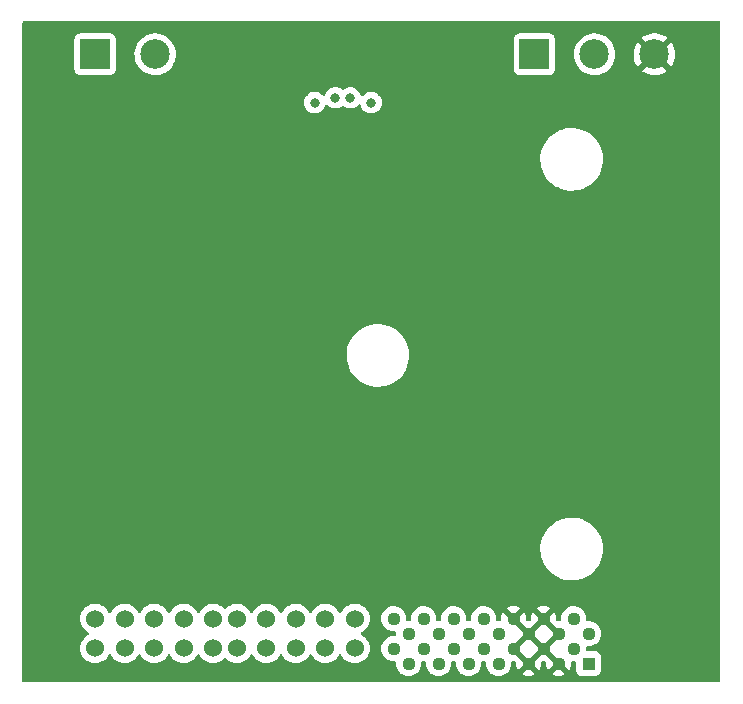
<source format=gbr>
%TF.GenerationSoftware,KiCad,Pcbnew,(6.0.1-0)*%
%TF.CreationDate,2022-12-23T21:27:23-08:00*%
%TF.ProjectId,ESC Daughterboard,45534320-4461-4756-9768-746572626f61,rev?*%
%TF.SameCoordinates,Original*%
%TF.FileFunction,Copper,L4,Inr*%
%TF.FilePolarity,Positive*%
%FSLAX46Y46*%
G04 Gerber Fmt 4.6, Leading zero omitted, Abs format (unit mm)*
G04 Created by KiCad (PCBNEW (6.0.1-0)) date 2022-12-23 21:27:23*
%MOMM*%
%LPD*%
G01*
G04 APERTURE LIST*
%TA.AperFunction,ComponentPad*%
%ADD10R,2.500000X2.500000*%
%TD*%
%TA.AperFunction,ComponentPad*%
%ADD11C,2.500000*%
%TD*%
%TA.AperFunction,ComponentPad*%
%ADD12R,1.110000X1.110000*%
%TD*%
%TA.AperFunction,ComponentPad*%
%ADD13C,1.110000*%
%TD*%
%TA.AperFunction,ComponentPad*%
%ADD14C,1.528000*%
%TD*%
%TA.AperFunction,ViaPad*%
%ADD15C,0.800000*%
%TD*%
G04 APERTURE END LIST*
D10*
%TO.N,/Phase_1*%
%TO.C,Phase 1*%
X154815000Y-69100000D03*
D11*
%TO.N,/Phase_2*%
X159895000Y-69100000D03*
%TO.N,/Phase_3*%
X164975000Y-69100000D03*
%TD*%
D12*
%TO.N,GND*%
%TO.C,J4*%
X159400000Y-120700000D03*
D13*
%TO.N,+5V*%
X158130000Y-119430000D03*
%TO.N,/Phase_3*%
X156860000Y-120700000D03*
X155590000Y-119430000D03*
X154320000Y-120700000D03*
X153050000Y-119430000D03*
%TO.N,/Phase_2*%
X151780000Y-120700000D03*
X150510000Y-119430000D03*
X149240000Y-120700000D03*
X147970000Y-119430000D03*
%TO.N,/Phase_1*%
X146700000Y-120700000D03*
X145430000Y-119430000D03*
X144160000Y-120700000D03*
X142890000Y-119430000D03*
%TO.N,/CAH*%
X159400000Y-118160000D03*
%TO.N,/CAL*%
X158130000Y-116890000D03*
%TO.N,/Phase_3*%
X156860000Y-118160000D03*
X155590000Y-116890000D03*
X154320000Y-118160000D03*
X153050000Y-116890000D03*
%TO.N,/Phase_2*%
X151780000Y-118160000D03*
X150510000Y-116890000D03*
X149240000Y-118160000D03*
X147970000Y-116890000D03*
%TO.N,/Phase_1*%
X146700000Y-118160000D03*
X145430000Y-116890000D03*
X144160000Y-118160000D03*
X142890000Y-116890000D03*
D14*
%TO.N,GND*%
X139609996Y-116890000D03*
X137109996Y-116890000D03*
X134609996Y-116890000D03*
X132109996Y-116890000D03*
X129609999Y-116890000D03*
%TO.N,/16V*%
X127609995Y-116890000D03*
X125109995Y-116890000D03*
X122609995Y-116890000D03*
X120109995Y-116890000D03*
X117609995Y-116890000D03*
%TO.N,GND*%
X139609996Y-119390000D03*
X137109996Y-119390000D03*
X134609996Y-119390000D03*
X132109996Y-119390000D03*
X129609999Y-119390000D03*
%TO.N,/16V*%
X127609995Y-119390000D03*
X125109995Y-119390000D03*
X122609995Y-119390000D03*
X120109995Y-119390000D03*
X117609995Y-119390000D03*
%TD*%
D10*
%TO.N,/16V*%
%TO.C,PWR*%
X117620000Y-69100000D03*
D11*
%TO.N,GND*%
X122700000Y-69100000D03*
%TD*%
D15*
%TO.N,GND*%
X136210000Y-73200000D03*
%TO.N,+5V*%
X140980000Y-73200000D03*
%TO.N,/CAH*%
X139220000Y-72800000D03*
%TO.N,/CAL*%
X137960000Y-72790000D03*
%TD*%
%TA.AperFunction,Conductor*%
%TO.N,/Phase_3*%
G36*
X170502121Y-66320002D02*
G01*
X170548614Y-66373658D01*
X170560000Y-66426000D01*
X170560000Y-122174000D01*
X170539998Y-122242121D01*
X170486342Y-122288614D01*
X170434000Y-122300000D01*
X111586000Y-122300000D01*
X111517879Y-122279998D01*
X111471386Y-122226342D01*
X111460000Y-122174000D01*
X111460000Y-119390000D01*
X116340665Y-119390000D01*
X116359949Y-119610417D01*
X116361373Y-119615730D01*
X116361373Y-119615732D01*
X116411290Y-119802022D01*
X116417215Y-119824136D01*
X116419538Y-119829117D01*
X116419538Y-119829118D01*
X116508397Y-120019678D01*
X116508400Y-120019683D01*
X116510723Y-120024665D01*
X116513879Y-120029172D01*
X116513880Y-120029174D01*
X116609993Y-120166437D01*
X116637632Y-120205910D01*
X116794085Y-120362363D01*
X116798593Y-120365520D01*
X116798596Y-120365522D01*
X116970821Y-120486115D01*
X116975330Y-120489272D01*
X116980312Y-120491595D01*
X116980317Y-120491598D01*
X117170877Y-120580457D01*
X117175859Y-120582780D01*
X117181167Y-120584202D01*
X117181169Y-120584203D01*
X117384263Y-120638622D01*
X117384265Y-120638622D01*
X117389578Y-120640046D01*
X117609995Y-120659330D01*
X117830412Y-120640046D01*
X117835725Y-120638622D01*
X117835727Y-120638622D01*
X118038821Y-120584203D01*
X118038823Y-120584202D01*
X118044131Y-120582780D01*
X118049113Y-120580457D01*
X118239673Y-120491598D01*
X118239678Y-120491595D01*
X118244660Y-120489272D01*
X118249169Y-120486115D01*
X118421394Y-120365522D01*
X118421397Y-120365520D01*
X118425905Y-120362363D01*
X118582358Y-120205910D01*
X118609998Y-120166437D01*
X118706110Y-120029174D01*
X118706111Y-120029172D01*
X118709267Y-120024665D01*
X118711590Y-120019683D01*
X118711593Y-120019678D01*
X118745800Y-119946320D01*
X118792717Y-119893035D01*
X118860995Y-119873574D01*
X118928955Y-119894116D01*
X118974190Y-119946320D01*
X119008397Y-120019678D01*
X119008400Y-120019683D01*
X119010723Y-120024665D01*
X119013879Y-120029172D01*
X119013880Y-120029174D01*
X119109993Y-120166437D01*
X119137632Y-120205910D01*
X119294085Y-120362363D01*
X119298593Y-120365520D01*
X119298596Y-120365522D01*
X119470821Y-120486115D01*
X119475330Y-120489272D01*
X119480312Y-120491595D01*
X119480317Y-120491598D01*
X119670877Y-120580457D01*
X119675859Y-120582780D01*
X119681167Y-120584202D01*
X119681169Y-120584203D01*
X119884263Y-120638622D01*
X119884265Y-120638622D01*
X119889578Y-120640046D01*
X120109995Y-120659330D01*
X120330412Y-120640046D01*
X120335725Y-120638622D01*
X120335727Y-120638622D01*
X120538821Y-120584203D01*
X120538823Y-120584202D01*
X120544131Y-120582780D01*
X120549113Y-120580457D01*
X120739673Y-120491598D01*
X120739678Y-120491595D01*
X120744660Y-120489272D01*
X120749169Y-120486115D01*
X120921394Y-120365522D01*
X120921397Y-120365520D01*
X120925905Y-120362363D01*
X121082358Y-120205910D01*
X121109998Y-120166437D01*
X121206110Y-120029174D01*
X121206111Y-120029172D01*
X121209267Y-120024665D01*
X121211590Y-120019683D01*
X121211593Y-120019678D01*
X121245800Y-119946320D01*
X121292717Y-119893035D01*
X121360995Y-119873574D01*
X121428955Y-119894116D01*
X121474190Y-119946320D01*
X121508397Y-120019678D01*
X121508400Y-120019683D01*
X121510723Y-120024665D01*
X121513879Y-120029172D01*
X121513880Y-120029174D01*
X121609993Y-120166437D01*
X121637632Y-120205910D01*
X121794085Y-120362363D01*
X121798593Y-120365520D01*
X121798596Y-120365522D01*
X121970821Y-120486115D01*
X121975330Y-120489272D01*
X121980312Y-120491595D01*
X121980317Y-120491598D01*
X122170877Y-120580457D01*
X122175859Y-120582780D01*
X122181167Y-120584202D01*
X122181169Y-120584203D01*
X122384263Y-120638622D01*
X122384265Y-120638622D01*
X122389578Y-120640046D01*
X122609995Y-120659330D01*
X122830412Y-120640046D01*
X122835725Y-120638622D01*
X122835727Y-120638622D01*
X123038821Y-120584203D01*
X123038823Y-120584202D01*
X123044131Y-120582780D01*
X123049113Y-120580457D01*
X123239673Y-120491598D01*
X123239678Y-120491595D01*
X123244660Y-120489272D01*
X123249169Y-120486115D01*
X123421394Y-120365522D01*
X123421397Y-120365520D01*
X123425905Y-120362363D01*
X123582358Y-120205910D01*
X123609998Y-120166437D01*
X123706110Y-120029174D01*
X123706111Y-120029172D01*
X123709267Y-120024665D01*
X123711590Y-120019683D01*
X123711593Y-120019678D01*
X123745800Y-119946320D01*
X123792717Y-119893035D01*
X123860995Y-119873574D01*
X123928955Y-119894116D01*
X123974190Y-119946320D01*
X124008397Y-120019678D01*
X124008400Y-120019683D01*
X124010723Y-120024665D01*
X124013879Y-120029172D01*
X124013880Y-120029174D01*
X124109993Y-120166437D01*
X124137632Y-120205910D01*
X124294085Y-120362363D01*
X124298593Y-120365520D01*
X124298596Y-120365522D01*
X124470821Y-120486115D01*
X124475330Y-120489272D01*
X124480312Y-120491595D01*
X124480317Y-120491598D01*
X124670877Y-120580457D01*
X124675859Y-120582780D01*
X124681167Y-120584202D01*
X124681169Y-120584203D01*
X124884263Y-120638622D01*
X124884265Y-120638622D01*
X124889578Y-120640046D01*
X125109995Y-120659330D01*
X125330412Y-120640046D01*
X125335725Y-120638622D01*
X125335727Y-120638622D01*
X125538821Y-120584203D01*
X125538823Y-120584202D01*
X125544131Y-120582780D01*
X125549113Y-120580457D01*
X125739673Y-120491598D01*
X125739678Y-120491595D01*
X125744660Y-120489272D01*
X125749169Y-120486115D01*
X125921394Y-120365522D01*
X125921397Y-120365520D01*
X125925905Y-120362363D01*
X126082358Y-120205910D01*
X126109998Y-120166437D01*
X126206110Y-120029174D01*
X126206111Y-120029172D01*
X126209267Y-120024665D01*
X126211590Y-120019683D01*
X126211593Y-120019678D01*
X126245800Y-119946320D01*
X126292717Y-119893035D01*
X126360995Y-119873574D01*
X126428955Y-119894116D01*
X126474190Y-119946320D01*
X126508397Y-120019678D01*
X126508400Y-120019683D01*
X126510723Y-120024665D01*
X126513879Y-120029172D01*
X126513880Y-120029174D01*
X126609993Y-120166437D01*
X126637632Y-120205910D01*
X126794085Y-120362363D01*
X126798593Y-120365520D01*
X126798596Y-120365522D01*
X126970821Y-120486115D01*
X126975330Y-120489272D01*
X126980312Y-120491595D01*
X126980317Y-120491598D01*
X127170877Y-120580457D01*
X127175859Y-120582780D01*
X127181167Y-120584202D01*
X127181169Y-120584203D01*
X127384263Y-120638622D01*
X127384265Y-120638622D01*
X127389578Y-120640046D01*
X127609995Y-120659330D01*
X127830412Y-120640046D01*
X127835725Y-120638622D01*
X127835727Y-120638622D01*
X128038821Y-120584203D01*
X128038823Y-120584202D01*
X128044131Y-120582780D01*
X128049113Y-120580457D01*
X128239673Y-120491598D01*
X128239678Y-120491595D01*
X128244660Y-120489272D01*
X128249169Y-120486115D01*
X128421394Y-120365522D01*
X128421397Y-120365520D01*
X128425905Y-120362363D01*
X128520902Y-120267366D01*
X128583214Y-120233340D01*
X128654029Y-120238405D01*
X128699092Y-120267366D01*
X128794089Y-120362363D01*
X128798597Y-120365520D01*
X128798600Y-120365522D01*
X128970825Y-120486115D01*
X128975334Y-120489272D01*
X128980316Y-120491595D01*
X128980321Y-120491598D01*
X129170881Y-120580457D01*
X129175863Y-120582780D01*
X129181171Y-120584202D01*
X129181173Y-120584203D01*
X129384267Y-120638622D01*
X129384269Y-120638622D01*
X129389582Y-120640046D01*
X129609999Y-120659330D01*
X129830416Y-120640046D01*
X129835729Y-120638622D01*
X129835731Y-120638622D01*
X130038825Y-120584203D01*
X130038827Y-120584202D01*
X130044135Y-120582780D01*
X130049117Y-120580457D01*
X130239677Y-120491598D01*
X130239682Y-120491595D01*
X130244664Y-120489272D01*
X130249173Y-120486115D01*
X130421398Y-120365522D01*
X130421401Y-120365520D01*
X130425909Y-120362363D01*
X130582362Y-120205910D01*
X130610002Y-120166437D01*
X130706114Y-120029174D01*
X130706115Y-120029172D01*
X130709271Y-120024665D01*
X130711594Y-120019684D01*
X130711600Y-120019673D01*
X130745804Y-119946322D01*
X130792721Y-119893038D01*
X130860998Y-119873577D01*
X130928958Y-119894119D01*
X130974193Y-119946324D01*
X131008396Y-120019674D01*
X131008399Y-120019680D01*
X131010724Y-120024665D01*
X131013880Y-120029172D01*
X131013881Y-120029174D01*
X131109994Y-120166437D01*
X131137633Y-120205910D01*
X131294086Y-120362363D01*
X131298594Y-120365520D01*
X131298597Y-120365522D01*
X131470822Y-120486115D01*
X131475331Y-120489272D01*
X131480313Y-120491595D01*
X131480318Y-120491598D01*
X131670878Y-120580457D01*
X131675860Y-120582780D01*
X131681168Y-120584202D01*
X131681170Y-120584203D01*
X131884264Y-120638622D01*
X131884266Y-120638622D01*
X131889579Y-120640046D01*
X132109996Y-120659330D01*
X132330413Y-120640046D01*
X132335726Y-120638622D01*
X132335728Y-120638622D01*
X132538822Y-120584203D01*
X132538824Y-120584202D01*
X132544132Y-120582780D01*
X132549114Y-120580457D01*
X132739674Y-120491598D01*
X132739679Y-120491595D01*
X132744661Y-120489272D01*
X132749170Y-120486115D01*
X132921395Y-120365522D01*
X132921398Y-120365520D01*
X132925906Y-120362363D01*
X133082359Y-120205910D01*
X133109999Y-120166437D01*
X133206111Y-120029174D01*
X133206112Y-120029172D01*
X133209268Y-120024665D01*
X133211591Y-120019683D01*
X133211594Y-120019678D01*
X133245801Y-119946320D01*
X133292718Y-119893035D01*
X133360996Y-119873574D01*
X133428956Y-119894116D01*
X133474191Y-119946320D01*
X133508398Y-120019678D01*
X133508401Y-120019683D01*
X133510724Y-120024665D01*
X133513880Y-120029172D01*
X133513881Y-120029174D01*
X133609994Y-120166437D01*
X133637633Y-120205910D01*
X133794086Y-120362363D01*
X133798594Y-120365520D01*
X133798597Y-120365522D01*
X133970822Y-120486115D01*
X133975331Y-120489272D01*
X133980313Y-120491595D01*
X133980318Y-120491598D01*
X134170878Y-120580457D01*
X134175860Y-120582780D01*
X134181168Y-120584202D01*
X134181170Y-120584203D01*
X134384264Y-120638622D01*
X134384266Y-120638622D01*
X134389579Y-120640046D01*
X134609996Y-120659330D01*
X134830413Y-120640046D01*
X134835726Y-120638622D01*
X134835728Y-120638622D01*
X135038822Y-120584203D01*
X135038824Y-120584202D01*
X135044132Y-120582780D01*
X135049114Y-120580457D01*
X135239674Y-120491598D01*
X135239679Y-120491595D01*
X135244661Y-120489272D01*
X135249170Y-120486115D01*
X135421395Y-120365522D01*
X135421398Y-120365520D01*
X135425906Y-120362363D01*
X135582359Y-120205910D01*
X135609999Y-120166437D01*
X135706111Y-120029174D01*
X135706112Y-120029172D01*
X135709268Y-120024665D01*
X135711591Y-120019683D01*
X135711594Y-120019678D01*
X135745801Y-119946320D01*
X135792718Y-119893035D01*
X135860996Y-119873574D01*
X135928956Y-119894116D01*
X135974191Y-119946320D01*
X136008398Y-120019678D01*
X136008401Y-120019683D01*
X136010724Y-120024665D01*
X136013880Y-120029172D01*
X136013881Y-120029174D01*
X136109994Y-120166437D01*
X136137633Y-120205910D01*
X136294086Y-120362363D01*
X136298594Y-120365520D01*
X136298597Y-120365522D01*
X136470822Y-120486115D01*
X136475331Y-120489272D01*
X136480313Y-120491595D01*
X136480318Y-120491598D01*
X136670878Y-120580457D01*
X136675860Y-120582780D01*
X136681168Y-120584202D01*
X136681170Y-120584203D01*
X136884264Y-120638622D01*
X136884266Y-120638622D01*
X136889579Y-120640046D01*
X137109996Y-120659330D01*
X137330413Y-120640046D01*
X137335726Y-120638622D01*
X137335728Y-120638622D01*
X137538822Y-120584203D01*
X137538824Y-120584202D01*
X137544132Y-120582780D01*
X137549114Y-120580457D01*
X137739674Y-120491598D01*
X137739679Y-120491595D01*
X137744661Y-120489272D01*
X137749170Y-120486115D01*
X137921395Y-120365522D01*
X137921398Y-120365520D01*
X137925906Y-120362363D01*
X138082359Y-120205910D01*
X138109999Y-120166437D01*
X138206111Y-120029174D01*
X138206112Y-120029172D01*
X138209268Y-120024665D01*
X138211591Y-120019683D01*
X138211594Y-120019678D01*
X138245801Y-119946320D01*
X138292718Y-119893035D01*
X138360996Y-119873574D01*
X138428956Y-119894116D01*
X138474191Y-119946320D01*
X138508398Y-120019678D01*
X138508401Y-120019683D01*
X138510724Y-120024665D01*
X138513880Y-120029172D01*
X138513881Y-120029174D01*
X138609994Y-120166437D01*
X138637633Y-120205910D01*
X138794086Y-120362363D01*
X138798594Y-120365520D01*
X138798597Y-120365522D01*
X138970822Y-120486115D01*
X138975331Y-120489272D01*
X138980313Y-120491595D01*
X138980318Y-120491598D01*
X139170878Y-120580457D01*
X139175860Y-120582780D01*
X139181168Y-120584202D01*
X139181170Y-120584203D01*
X139384264Y-120638622D01*
X139384266Y-120638622D01*
X139389579Y-120640046D01*
X139609996Y-120659330D01*
X139830413Y-120640046D01*
X139835726Y-120638622D01*
X139835728Y-120638622D01*
X140038822Y-120584203D01*
X140038824Y-120584202D01*
X140044132Y-120582780D01*
X140049114Y-120580457D01*
X140239674Y-120491598D01*
X140239679Y-120491595D01*
X140244661Y-120489272D01*
X140249170Y-120486115D01*
X140421395Y-120365522D01*
X140421398Y-120365520D01*
X140425906Y-120362363D01*
X140582359Y-120205910D01*
X140609999Y-120166437D01*
X140706111Y-120029174D01*
X140706112Y-120029172D01*
X140709268Y-120024665D01*
X140711591Y-120019683D01*
X140711594Y-120019678D01*
X140800453Y-119829118D01*
X140800453Y-119829117D01*
X140802776Y-119824136D01*
X140808702Y-119802022D01*
X140858618Y-119615732D01*
X140858618Y-119615730D01*
X140860042Y-119610417D01*
X140877122Y-119415192D01*
X141829496Y-119415192D01*
X141830835Y-119431132D01*
X141845905Y-119610594D01*
X141846817Y-119621460D01*
X141848515Y-119627381D01*
X141848515Y-119627382D01*
X141896475Y-119794635D01*
X141903873Y-119820435D01*
X141998489Y-120004540D01*
X142127063Y-120166760D01*
X142131756Y-120170754D01*
X142131757Y-120170755D01*
X142245275Y-120267366D01*
X142284697Y-120300917D01*
X142465387Y-120401901D01*
X142662250Y-120465865D01*
X142867788Y-120490374D01*
X142873923Y-120489902D01*
X142873925Y-120489902D01*
X142971697Y-120482379D01*
X143041151Y-120497097D01*
X143091623Y-120547027D01*
X143106578Y-120622053D01*
X143104720Y-120638622D01*
X143099496Y-120685192D01*
X143100835Y-120701132D01*
X143103521Y-120733118D01*
X143116817Y-120891460D01*
X143118515Y-120897381D01*
X143118515Y-120897382D01*
X143166410Y-121064408D01*
X143173873Y-121090435D01*
X143268489Y-121274540D01*
X143397063Y-121436760D01*
X143401756Y-121440754D01*
X143401757Y-121440755D01*
X143428363Y-121463398D01*
X143554697Y-121570917D01*
X143560075Y-121573923D01*
X143560077Y-121573924D01*
X143638813Y-121617928D01*
X143735387Y-121671901D01*
X143932250Y-121735865D01*
X144137788Y-121760374D01*
X144143923Y-121759902D01*
X144143925Y-121759902D01*
X144338030Y-121744967D01*
X144338034Y-121744966D01*
X144344172Y-121744494D01*
X144350105Y-121742838D01*
X144350108Y-121742837D01*
X144537607Y-121690486D01*
X144537606Y-121690486D01*
X144543542Y-121688829D01*
X144728302Y-121595500D01*
X144853322Y-121497824D01*
X144886559Y-121471856D01*
X144891415Y-121468062D01*
X144922604Y-121431929D01*
X145022641Y-121316036D01*
X145022642Y-121316034D01*
X145026670Y-121311368D01*
X145128913Y-121131388D01*
X145194250Y-120934976D01*
X145220193Y-120729614D01*
X145220607Y-120700000D01*
X145214775Y-120640525D01*
X145212888Y-120621274D01*
X145226148Y-120551527D01*
X145275010Y-120500020D01*
X145343963Y-120483107D01*
X145353191Y-120483864D01*
X145407788Y-120490374D01*
X145413923Y-120489902D01*
X145413925Y-120489902D01*
X145511697Y-120482379D01*
X145581151Y-120497097D01*
X145631623Y-120547027D01*
X145646578Y-120622053D01*
X145644720Y-120638622D01*
X145639496Y-120685192D01*
X145640835Y-120701132D01*
X145643521Y-120733118D01*
X145656817Y-120891460D01*
X145658515Y-120897381D01*
X145658515Y-120897382D01*
X145706410Y-121064408D01*
X145713873Y-121090435D01*
X145808489Y-121274540D01*
X145937063Y-121436760D01*
X145941756Y-121440754D01*
X145941757Y-121440755D01*
X145968363Y-121463398D01*
X146094697Y-121570917D01*
X146100075Y-121573923D01*
X146100077Y-121573924D01*
X146178813Y-121617928D01*
X146275387Y-121671901D01*
X146472250Y-121735865D01*
X146677788Y-121760374D01*
X146683923Y-121759902D01*
X146683925Y-121759902D01*
X146878030Y-121744967D01*
X146878034Y-121744966D01*
X146884172Y-121744494D01*
X146890105Y-121742838D01*
X146890108Y-121742837D01*
X147077607Y-121690486D01*
X147077606Y-121690486D01*
X147083542Y-121688829D01*
X147268302Y-121595500D01*
X147393322Y-121497824D01*
X147426559Y-121471856D01*
X147431415Y-121468062D01*
X147462604Y-121431929D01*
X147562641Y-121316036D01*
X147562642Y-121316034D01*
X147566670Y-121311368D01*
X147668913Y-121131388D01*
X147734250Y-120934976D01*
X147760193Y-120729614D01*
X147760607Y-120700000D01*
X147754775Y-120640525D01*
X147752888Y-120621274D01*
X147766148Y-120551527D01*
X147815010Y-120500020D01*
X147883963Y-120483107D01*
X147893191Y-120483864D01*
X147947788Y-120490374D01*
X147953923Y-120489902D01*
X147953925Y-120489902D01*
X148051697Y-120482379D01*
X148121151Y-120497097D01*
X148171623Y-120547027D01*
X148186578Y-120622053D01*
X148184720Y-120638622D01*
X148179496Y-120685192D01*
X148180835Y-120701132D01*
X148183521Y-120733118D01*
X148196817Y-120891460D01*
X148198515Y-120897381D01*
X148198515Y-120897382D01*
X148246410Y-121064408D01*
X148253873Y-121090435D01*
X148348489Y-121274540D01*
X148477063Y-121436760D01*
X148481756Y-121440754D01*
X148481757Y-121440755D01*
X148508363Y-121463398D01*
X148634697Y-121570917D01*
X148640075Y-121573923D01*
X148640077Y-121573924D01*
X148718813Y-121617928D01*
X148815387Y-121671901D01*
X149012250Y-121735865D01*
X149217788Y-121760374D01*
X149223923Y-121759902D01*
X149223925Y-121759902D01*
X149418030Y-121744967D01*
X149418034Y-121744966D01*
X149424172Y-121744494D01*
X149430105Y-121742838D01*
X149430108Y-121742837D01*
X149617607Y-121690486D01*
X149617606Y-121690486D01*
X149623542Y-121688829D01*
X149808302Y-121595500D01*
X149933322Y-121497824D01*
X149966559Y-121471856D01*
X149971415Y-121468062D01*
X150002604Y-121431929D01*
X150102641Y-121316036D01*
X150102642Y-121316034D01*
X150106670Y-121311368D01*
X150208913Y-121131388D01*
X150274250Y-120934976D01*
X150300193Y-120729614D01*
X150300607Y-120700000D01*
X150294775Y-120640525D01*
X150292888Y-120621274D01*
X150306148Y-120551527D01*
X150355010Y-120500020D01*
X150423963Y-120483107D01*
X150433191Y-120483864D01*
X150487788Y-120490374D01*
X150493923Y-120489902D01*
X150493925Y-120489902D01*
X150591697Y-120482379D01*
X150661151Y-120497097D01*
X150711623Y-120547027D01*
X150726578Y-120622053D01*
X150724720Y-120638622D01*
X150719496Y-120685192D01*
X150720835Y-120701132D01*
X150723521Y-120733118D01*
X150736817Y-120891460D01*
X150738515Y-120897381D01*
X150738515Y-120897382D01*
X150786410Y-121064408D01*
X150793873Y-121090435D01*
X150888489Y-121274540D01*
X151017063Y-121436760D01*
X151021756Y-121440754D01*
X151021757Y-121440755D01*
X151048363Y-121463398D01*
X151174697Y-121570917D01*
X151180075Y-121573923D01*
X151180077Y-121573924D01*
X151258813Y-121617928D01*
X151355387Y-121671901D01*
X151552250Y-121735865D01*
X151757788Y-121760374D01*
X151763923Y-121759902D01*
X151763925Y-121759902D01*
X151958030Y-121744967D01*
X151958034Y-121744966D01*
X151964172Y-121744494D01*
X151970105Y-121742838D01*
X151970108Y-121742837D01*
X152157607Y-121690486D01*
X152157606Y-121690486D01*
X152163542Y-121688829D01*
X152320484Y-121609552D01*
X153775278Y-121609552D01*
X153780187Y-121616110D01*
X153886992Y-121675800D01*
X153898232Y-121680711D01*
X154084777Y-121741323D01*
X154096744Y-121743955D01*
X154291519Y-121767180D01*
X154303768Y-121767437D01*
X154499339Y-121752389D01*
X154511417Y-121750259D01*
X154700331Y-121697512D01*
X154711764Y-121693078D01*
X154856448Y-121619993D01*
X154866732Y-121610348D01*
X154866464Y-121609552D01*
X156315278Y-121609552D01*
X156320187Y-121616110D01*
X156426992Y-121675800D01*
X156438232Y-121680711D01*
X156624777Y-121741323D01*
X156636744Y-121743955D01*
X156831519Y-121767180D01*
X156843768Y-121767437D01*
X157039339Y-121752389D01*
X157051417Y-121750259D01*
X157240331Y-121697512D01*
X157251764Y-121693078D01*
X157396448Y-121619993D01*
X157406732Y-121610348D01*
X157404494Y-121603704D01*
X156872812Y-121072022D01*
X156858868Y-121064408D01*
X156857035Y-121064539D01*
X156850420Y-121068790D01*
X156322038Y-121597172D01*
X156315278Y-121609552D01*
X154866464Y-121609552D01*
X154864494Y-121603704D01*
X154332812Y-121072022D01*
X154318868Y-121064408D01*
X154317035Y-121064539D01*
X154310420Y-121068790D01*
X153782038Y-121597172D01*
X153775278Y-121609552D01*
X152320484Y-121609552D01*
X152348302Y-121595500D01*
X152473322Y-121497824D01*
X152506559Y-121471856D01*
X152511415Y-121468062D01*
X152542604Y-121431929D01*
X152642641Y-121316036D01*
X152642642Y-121316034D01*
X152646670Y-121311368D01*
X152748913Y-121131388D01*
X152814250Y-120934976D01*
X152840193Y-120729614D01*
X152840607Y-120700000D01*
X152833637Y-120628917D01*
X152846896Y-120559172D01*
X152895759Y-120507664D01*
X152964711Y-120490751D01*
X152973954Y-120491509D01*
X153021517Y-120497180D01*
X153033768Y-120497437D01*
X153123233Y-120490553D01*
X153192687Y-120505270D01*
X153243159Y-120555201D01*
X153258114Y-120630226D01*
X153252648Y-120678959D01*
X153252477Y-120691230D01*
X153268889Y-120886679D01*
X153271104Y-120898744D01*
X153325166Y-121087283D01*
X153329685Y-121098695D01*
X153400300Y-121236096D01*
X153410019Y-121246315D01*
X153416819Y-121243971D01*
X153947978Y-120712812D01*
X153954356Y-120701132D01*
X154684408Y-120701132D01*
X154684539Y-120702965D01*
X154688790Y-120709580D01*
X155217002Y-121237792D01*
X155229382Y-121244552D01*
X155236116Y-121239511D01*
X155292750Y-121139816D01*
X155297744Y-121128600D01*
X155359652Y-120942497D01*
X155362372Y-120930525D01*
X155387285Y-120733326D01*
X155387776Y-120726301D01*
X155388094Y-120703505D01*
X155387801Y-120696513D01*
X155381262Y-120629828D01*
X155394521Y-120560081D01*
X155443383Y-120508574D01*
X155512336Y-120491660D01*
X155521579Y-120492418D01*
X155561518Y-120497180D01*
X155573768Y-120497437D01*
X155663233Y-120490553D01*
X155732687Y-120505270D01*
X155783159Y-120555201D01*
X155798114Y-120630226D01*
X155792648Y-120678959D01*
X155792477Y-120691230D01*
X155808889Y-120886679D01*
X155811104Y-120898744D01*
X155865166Y-121087283D01*
X155869685Y-121098695D01*
X155940300Y-121236096D01*
X155950019Y-121246315D01*
X155956819Y-121243971D01*
X156487978Y-120712812D01*
X156495592Y-120698868D01*
X156495461Y-120697035D01*
X156491210Y-120690420D01*
X155602812Y-119802022D01*
X155588868Y-119794408D01*
X155587035Y-119794539D01*
X155580420Y-119798790D01*
X154692022Y-120687188D01*
X154684408Y-120701132D01*
X153954356Y-120701132D01*
X153955592Y-120698868D01*
X153955461Y-120697035D01*
X153951210Y-120690420D01*
X152779885Y-119519095D01*
X152745859Y-119456783D01*
X152747694Y-119431132D01*
X153414408Y-119431132D01*
X153414539Y-119432965D01*
X153418790Y-119439580D01*
X154307188Y-120327978D01*
X154321132Y-120335592D01*
X154322965Y-120335461D01*
X154329580Y-120331210D01*
X155217978Y-119442812D01*
X155224356Y-119431132D01*
X155954408Y-119431132D01*
X155954539Y-119432965D01*
X155958790Y-119439580D01*
X157757002Y-121237792D01*
X157769382Y-121244552D01*
X157776116Y-121239511D01*
X157832750Y-121139816D01*
X157837744Y-121128600D01*
X157899652Y-120942497D01*
X157902372Y-120930525D01*
X157927285Y-120733326D01*
X157927776Y-120726301D01*
X157928094Y-120703505D01*
X157927801Y-120696513D01*
X157920513Y-120622185D01*
X157933772Y-120552437D01*
X157982635Y-120500930D01*
X158051588Y-120484017D01*
X158060830Y-120484775D01*
X158096088Y-120488979D01*
X158107788Y-120490374D01*
X158113923Y-120489902D01*
X158113924Y-120489902D01*
X158151126Y-120487039D01*
X158208834Y-120482599D01*
X158278288Y-120497316D01*
X158328760Y-120547247D01*
X158344500Y-120608228D01*
X158344501Y-121064408D01*
X158344501Y-121302376D01*
X158344870Y-121305770D01*
X158344870Y-121305776D01*
X158345985Y-121316036D01*
X158351149Y-121363580D01*
X158401474Y-121497824D01*
X158406854Y-121505003D01*
X158406856Y-121505006D01*
X158475932Y-121597172D01*
X158487454Y-121612546D01*
X158494635Y-121617928D01*
X158594994Y-121693144D01*
X158594997Y-121693146D01*
X158602176Y-121698526D01*
X158691561Y-121732034D01*
X158729025Y-121746079D01*
X158729027Y-121746079D01*
X158736420Y-121748851D01*
X158744270Y-121749704D01*
X158744271Y-121749704D01*
X158794217Y-121755130D01*
X158797623Y-121755500D01*
X159399911Y-121755500D01*
X160002376Y-121755499D01*
X160005770Y-121755130D01*
X160005776Y-121755130D01*
X160055722Y-121749705D01*
X160055726Y-121749704D01*
X160063580Y-121748851D01*
X160197824Y-121698526D01*
X160205003Y-121693146D01*
X160205006Y-121693144D01*
X160305365Y-121617928D01*
X160312546Y-121612546D01*
X160324068Y-121597172D01*
X160393144Y-121505006D01*
X160393146Y-121505003D01*
X160398526Y-121497824D01*
X160448851Y-121363580D01*
X160455500Y-121302377D01*
X160455499Y-120097624D01*
X160448851Y-120036420D01*
X160398526Y-119902176D01*
X160393146Y-119894997D01*
X160393144Y-119894994D01*
X160317928Y-119794635D01*
X160312546Y-119787454D01*
X160305365Y-119782072D01*
X160205006Y-119706856D01*
X160205003Y-119706854D01*
X160197824Y-119701474D01*
X160100464Y-119664976D01*
X160070975Y-119653921D01*
X160070973Y-119653921D01*
X160063580Y-119651149D01*
X160055730Y-119650296D01*
X160055729Y-119650296D01*
X160005774Y-119644869D01*
X160005773Y-119644869D01*
X160002377Y-119644500D01*
X159982867Y-119644500D01*
X159309755Y-119644501D01*
X159241635Y-119624499D01*
X159195142Y-119570843D01*
X159184749Y-119502709D01*
X159189753Y-119463094D01*
X159190193Y-119459614D01*
X159190607Y-119430000D01*
X159182888Y-119351274D01*
X159196148Y-119281527D01*
X159245010Y-119230020D01*
X159313963Y-119213107D01*
X159323191Y-119213864D01*
X159377788Y-119220374D01*
X159383923Y-119219902D01*
X159383925Y-119219902D01*
X159578030Y-119204967D01*
X159578034Y-119204966D01*
X159584172Y-119204494D01*
X159590105Y-119202838D01*
X159590108Y-119202837D01*
X159777607Y-119150486D01*
X159777606Y-119150486D01*
X159783542Y-119148829D01*
X159968302Y-119055500D01*
X160016235Y-119018051D01*
X160126559Y-118931856D01*
X160131415Y-118928062D01*
X160212884Y-118833680D01*
X160262641Y-118776036D01*
X160262642Y-118776034D01*
X160266670Y-118771368D01*
X160278340Y-118750826D01*
X160365865Y-118596753D01*
X160368913Y-118591388D01*
X160434250Y-118394976D01*
X160460193Y-118189614D01*
X160460607Y-118160000D01*
X160440408Y-117953994D01*
X160380580Y-117755834D01*
X160311950Y-117626760D01*
X160286296Y-117578511D01*
X160286294Y-117578508D01*
X160283402Y-117573069D01*
X160279511Y-117568299D01*
X160279509Y-117568295D01*
X160156471Y-117417435D01*
X160156468Y-117417432D01*
X160152576Y-117412660D01*
X160128857Y-117393038D01*
X159997834Y-117284646D01*
X159997831Y-117284644D01*
X159993084Y-117280717D01*
X159811002Y-117182265D01*
X159712134Y-117151661D01*
X159619152Y-117122878D01*
X159619149Y-117122877D01*
X159613265Y-117121056D01*
X159607140Y-117120412D01*
X159607139Y-117120412D01*
X159413532Y-117100063D01*
X159413531Y-117100063D01*
X159407404Y-117099419D01*
X159320753Y-117107305D01*
X159251102Y-117093560D01*
X159199937Y-117044339D01*
X159183506Y-116975270D01*
X159184329Y-116966032D01*
X159184754Y-116962665D01*
X159190193Y-116919614D01*
X159190473Y-116899580D01*
X159190558Y-116893522D01*
X159190558Y-116893518D01*
X159190607Y-116890000D01*
X159170408Y-116683994D01*
X159110580Y-116485834D01*
X159036743Y-116346967D01*
X159016296Y-116308511D01*
X159016294Y-116308508D01*
X159013402Y-116303069D01*
X159009511Y-116298299D01*
X159009509Y-116298295D01*
X158886471Y-116147435D01*
X158886468Y-116147432D01*
X158882576Y-116142660D01*
X158875667Y-116136944D01*
X158727834Y-116014646D01*
X158727831Y-116014644D01*
X158723084Y-116010717D01*
X158541002Y-115912265D01*
X158442134Y-115881661D01*
X158349152Y-115852878D01*
X158349149Y-115852877D01*
X158343265Y-115851056D01*
X158337140Y-115850412D01*
X158337139Y-115850412D01*
X158143532Y-115830063D01*
X158143531Y-115830063D01*
X158137404Y-115829419D01*
X158050465Y-115837331D01*
X157937401Y-115847620D01*
X157937398Y-115847621D01*
X157931262Y-115848179D01*
X157732690Y-115906622D01*
X157711620Y-115917637D01*
X157554711Y-115999667D01*
X157554707Y-115999670D01*
X157549251Y-116002522D01*
X157387932Y-116132225D01*
X157254879Y-116290792D01*
X157251915Y-116296184D01*
X157251912Y-116296188D01*
X157222410Y-116349852D01*
X157155159Y-116472182D01*
X157153298Y-116478049D01*
X157153297Y-116478051D01*
X157094432Y-116663617D01*
X157092570Y-116669487D01*
X157069496Y-116875192D01*
X157070012Y-116881336D01*
X157070012Y-116881337D01*
X157076908Y-116963463D01*
X157062676Y-117033018D01*
X157013099Y-117083838D01*
X156938180Y-117099316D01*
X156873587Y-117092527D01*
X156861317Y-117092442D01*
X156789366Y-117098990D01*
X156719713Y-117085245D01*
X156668548Y-117036024D01*
X156652117Y-116966955D01*
X156652940Y-116957717D01*
X156657285Y-116923326D01*
X156657776Y-116916301D01*
X156658094Y-116893505D01*
X156657801Y-116886513D01*
X156638401Y-116688664D01*
X156636018Y-116676627D01*
X156579328Y-116488862D01*
X156574654Y-116477521D01*
X156509230Y-116354478D01*
X156499371Y-116344398D01*
X156492243Y-116346967D01*
X155962022Y-116877188D01*
X155954408Y-116891132D01*
X155954539Y-116892965D01*
X155958790Y-116899580D01*
X157130115Y-118070905D01*
X157164141Y-118133217D01*
X157159076Y-118204032D01*
X157130115Y-118249095D01*
X155962022Y-119417188D01*
X155954408Y-119431132D01*
X155224356Y-119431132D01*
X155225592Y-119428868D01*
X155225461Y-119427035D01*
X155221210Y-119420420D01*
X154332812Y-118532022D01*
X154318868Y-118524408D01*
X154317035Y-118524539D01*
X154310420Y-118528790D01*
X153422022Y-119417188D01*
X153414408Y-119431132D01*
X152747694Y-119431132D01*
X152750924Y-119385968D01*
X152779885Y-119340905D01*
X153947978Y-118172812D01*
X153954356Y-118161132D01*
X154684408Y-118161132D01*
X154684539Y-118162965D01*
X154688790Y-118169580D01*
X155577188Y-119057978D01*
X155591132Y-119065592D01*
X155592965Y-119065461D01*
X155599580Y-119061210D01*
X156487978Y-118172812D01*
X156495592Y-118158868D01*
X156495461Y-118157035D01*
X156491210Y-118150420D01*
X155602812Y-117262022D01*
X155588868Y-117254408D01*
X155587035Y-117254539D01*
X155580420Y-117258790D01*
X154692022Y-118147188D01*
X154684408Y-118161132D01*
X153954356Y-118161132D01*
X153955592Y-118158868D01*
X153955461Y-118157035D01*
X153951210Y-118150420D01*
X152691922Y-116891132D01*
X153414408Y-116891132D01*
X153414539Y-116892965D01*
X153418790Y-116899580D01*
X154307188Y-117787978D01*
X154321132Y-117795592D01*
X154322965Y-117795461D01*
X154329580Y-117791210D01*
X155217978Y-116902812D01*
X155225592Y-116888868D01*
X155225461Y-116887035D01*
X155221210Y-116880420D01*
X154692620Y-116351830D01*
X154680240Y-116345070D01*
X154673852Y-116349852D01*
X154611198Y-116463819D01*
X154606370Y-116475083D01*
X154547060Y-116662052D01*
X154544512Y-116674040D01*
X154522648Y-116868961D01*
X154522477Y-116881230D01*
X154529315Y-116962665D01*
X154515083Y-117032220D01*
X154465506Y-117083040D01*
X154390587Y-117098518D01*
X154333587Y-117092527D01*
X154321317Y-117092442D01*
X154249366Y-117098990D01*
X154179713Y-117085245D01*
X154128548Y-117036024D01*
X154112117Y-116966955D01*
X154112940Y-116957717D01*
X154117285Y-116923326D01*
X154117776Y-116916301D01*
X154118094Y-116893505D01*
X154117801Y-116886513D01*
X154098401Y-116688664D01*
X154096018Y-116676627D01*
X154039328Y-116488862D01*
X154034654Y-116477521D01*
X153969230Y-116354478D01*
X153959371Y-116344398D01*
X153952243Y-116346967D01*
X153422022Y-116877188D01*
X153414408Y-116891132D01*
X152691922Y-116891132D01*
X152152620Y-116351830D01*
X152140240Y-116345070D01*
X152133852Y-116349852D01*
X152071198Y-116463819D01*
X152066370Y-116475083D01*
X152007060Y-116662052D01*
X152004512Y-116674040D01*
X151982648Y-116868961D01*
X151982477Y-116881230D01*
X151989954Y-116970274D01*
X151975722Y-117039829D01*
X151926145Y-117090649D01*
X151851225Y-117106127D01*
X151819653Y-117102808D01*
X151793532Y-117100063D01*
X151793531Y-117100063D01*
X151787404Y-117099419D01*
X151700753Y-117107305D01*
X151631102Y-117093560D01*
X151579937Y-117044339D01*
X151563506Y-116975270D01*
X151564329Y-116966032D01*
X151564754Y-116962665D01*
X151570193Y-116919614D01*
X151570473Y-116899580D01*
X151570558Y-116893522D01*
X151570558Y-116893518D01*
X151570607Y-116890000D01*
X151550408Y-116683994D01*
X151490580Y-116485834D01*
X151416743Y-116346967D01*
X151396296Y-116308511D01*
X151396294Y-116308508D01*
X151393402Y-116303069D01*
X151389511Y-116298299D01*
X151389509Y-116298295D01*
X151266471Y-116147435D01*
X151266468Y-116147432D01*
X151262576Y-116142660D01*
X151255667Y-116136944D01*
X151107834Y-116014646D01*
X151107831Y-116014644D01*
X151103084Y-116010717D01*
X151046907Y-115980342D01*
X152504061Y-115980342D01*
X152506516Y-115987306D01*
X153037188Y-116517978D01*
X153051132Y-116525592D01*
X153052965Y-116525461D01*
X153059580Y-116521210D01*
X153588418Y-115992372D01*
X153594987Y-115980342D01*
X155044061Y-115980342D01*
X155046516Y-115987306D01*
X155577188Y-116517978D01*
X155591132Y-116525592D01*
X155592965Y-116525461D01*
X155599580Y-116521210D01*
X156128418Y-115992372D01*
X156135178Y-115979992D01*
X156130519Y-115973769D01*
X156009340Y-115908248D01*
X155998035Y-115903496D01*
X155810667Y-115845496D01*
X155798654Y-115843030D01*
X155603585Y-115822527D01*
X155591317Y-115822442D01*
X155395989Y-115840218D01*
X155383940Y-115842516D01*
X155195776Y-115897896D01*
X155184408Y-115902489D01*
X155054210Y-115970555D01*
X155044061Y-115980342D01*
X153594987Y-115980342D01*
X153595178Y-115979992D01*
X153590519Y-115973769D01*
X153469340Y-115908248D01*
X153458035Y-115903496D01*
X153270667Y-115845496D01*
X153258654Y-115843030D01*
X153063585Y-115822527D01*
X153051317Y-115822442D01*
X152855989Y-115840218D01*
X152843940Y-115842516D01*
X152655776Y-115897896D01*
X152644408Y-115902489D01*
X152514210Y-115970555D01*
X152504061Y-115980342D01*
X151046907Y-115980342D01*
X150921002Y-115912265D01*
X150822134Y-115881661D01*
X150729152Y-115852878D01*
X150729149Y-115852877D01*
X150723265Y-115851056D01*
X150717140Y-115850412D01*
X150717139Y-115850412D01*
X150523532Y-115830063D01*
X150523531Y-115830063D01*
X150517404Y-115829419D01*
X150430465Y-115837331D01*
X150317401Y-115847620D01*
X150317398Y-115847621D01*
X150311262Y-115848179D01*
X150112690Y-115906622D01*
X150091620Y-115917637D01*
X149934711Y-115999667D01*
X149934707Y-115999670D01*
X149929251Y-116002522D01*
X149767932Y-116132225D01*
X149634879Y-116290792D01*
X149631915Y-116296184D01*
X149631912Y-116296188D01*
X149602410Y-116349852D01*
X149535159Y-116472182D01*
X149533298Y-116478049D01*
X149533297Y-116478051D01*
X149474432Y-116663617D01*
X149472570Y-116669487D01*
X149449496Y-116875192D01*
X149450012Y-116881336D01*
X149450012Y-116881337D01*
X149457547Y-116971072D01*
X149443315Y-117040627D01*
X149393738Y-117091447D01*
X149318818Y-117106925D01*
X149253532Y-117100063D01*
X149253531Y-117100063D01*
X149247404Y-117099419D01*
X149160753Y-117107305D01*
X149091102Y-117093560D01*
X149039937Y-117044339D01*
X149023506Y-116975270D01*
X149024329Y-116966032D01*
X149024754Y-116962665D01*
X149030193Y-116919614D01*
X149030473Y-116899580D01*
X149030558Y-116893522D01*
X149030558Y-116893518D01*
X149030607Y-116890000D01*
X149010408Y-116683994D01*
X148950580Y-116485834D01*
X148876743Y-116346967D01*
X148856296Y-116308511D01*
X148856294Y-116308508D01*
X148853402Y-116303069D01*
X148849511Y-116298299D01*
X148849509Y-116298295D01*
X148726471Y-116147435D01*
X148726468Y-116147432D01*
X148722576Y-116142660D01*
X148715667Y-116136944D01*
X148567834Y-116014646D01*
X148567831Y-116014644D01*
X148563084Y-116010717D01*
X148381002Y-115912265D01*
X148282134Y-115881661D01*
X148189152Y-115852878D01*
X148189149Y-115852877D01*
X148183265Y-115851056D01*
X148177140Y-115850412D01*
X148177139Y-115850412D01*
X147983532Y-115830063D01*
X147983531Y-115830063D01*
X147977404Y-115829419D01*
X147890465Y-115837331D01*
X147777401Y-115847620D01*
X147777398Y-115847621D01*
X147771262Y-115848179D01*
X147572690Y-115906622D01*
X147551620Y-115917637D01*
X147394711Y-115999667D01*
X147394707Y-115999670D01*
X147389251Y-116002522D01*
X147227932Y-116132225D01*
X147094879Y-116290792D01*
X147091915Y-116296184D01*
X147091912Y-116296188D01*
X147062410Y-116349852D01*
X146995159Y-116472182D01*
X146993298Y-116478049D01*
X146993297Y-116478051D01*
X146934432Y-116663617D01*
X146932570Y-116669487D01*
X146909496Y-116875192D01*
X146910012Y-116881336D01*
X146910012Y-116881337D01*
X146917547Y-116971072D01*
X146903315Y-117040627D01*
X146853738Y-117091447D01*
X146778818Y-117106925D01*
X146713532Y-117100063D01*
X146713531Y-117100063D01*
X146707404Y-117099419D01*
X146620753Y-117107305D01*
X146551102Y-117093560D01*
X146499937Y-117044339D01*
X146483506Y-116975270D01*
X146484329Y-116966032D01*
X146484754Y-116962665D01*
X146490193Y-116919614D01*
X146490473Y-116899580D01*
X146490558Y-116893522D01*
X146490558Y-116893518D01*
X146490607Y-116890000D01*
X146470408Y-116683994D01*
X146410580Y-116485834D01*
X146336743Y-116346967D01*
X146316296Y-116308511D01*
X146316294Y-116308508D01*
X146313402Y-116303069D01*
X146309511Y-116298299D01*
X146309509Y-116298295D01*
X146186471Y-116147435D01*
X146186468Y-116147432D01*
X146182576Y-116142660D01*
X146175667Y-116136944D01*
X146027834Y-116014646D01*
X146027831Y-116014644D01*
X146023084Y-116010717D01*
X145841002Y-115912265D01*
X145742134Y-115881661D01*
X145649152Y-115852878D01*
X145649149Y-115852877D01*
X145643265Y-115851056D01*
X145637140Y-115850412D01*
X145637139Y-115850412D01*
X145443532Y-115830063D01*
X145443531Y-115830063D01*
X145437404Y-115829419D01*
X145350465Y-115837331D01*
X145237401Y-115847620D01*
X145237398Y-115847621D01*
X145231262Y-115848179D01*
X145032690Y-115906622D01*
X145011620Y-115917637D01*
X144854711Y-115999667D01*
X144854707Y-115999670D01*
X144849251Y-116002522D01*
X144687932Y-116132225D01*
X144554879Y-116290792D01*
X144551915Y-116296184D01*
X144551912Y-116296188D01*
X144522410Y-116349852D01*
X144455159Y-116472182D01*
X144453298Y-116478049D01*
X144453297Y-116478051D01*
X144394432Y-116663617D01*
X144392570Y-116669487D01*
X144369496Y-116875192D01*
X144370012Y-116881336D01*
X144370012Y-116881337D01*
X144377547Y-116971072D01*
X144363315Y-117040627D01*
X144313738Y-117091447D01*
X144238818Y-117106925D01*
X144173532Y-117100063D01*
X144173531Y-117100063D01*
X144167404Y-117099419D01*
X144080753Y-117107305D01*
X144011102Y-117093560D01*
X143959937Y-117044339D01*
X143943506Y-116975270D01*
X143944329Y-116966032D01*
X143944754Y-116962665D01*
X143950193Y-116919614D01*
X143950473Y-116899580D01*
X143950558Y-116893522D01*
X143950558Y-116893518D01*
X143950607Y-116890000D01*
X143930408Y-116683994D01*
X143870580Y-116485834D01*
X143796743Y-116346967D01*
X143776296Y-116308511D01*
X143776294Y-116308508D01*
X143773402Y-116303069D01*
X143769511Y-116298299D01*
X143769509Y-116298295D01*
X143646471Y-116147435D01*
X143646468Y-116147432D01*
X143642576Y-116142660D01*
X143635667Y-116136944D01*
X143487834Y-116014646D01*
X143487831Y-116014644D01*
X143483084Y-116010717D01*
X143301002Y-115912265D01*
X143202134Y-115881661D01*
X143109152Y-115852878D01*
X143109149Y-115852877D01*
X143103265Y-115851056D01*
X143097140Y-115850412D01*
X143097139Y-115850412D01*
X142903532Y-115830063D01*
X142903531Y-115830063D01*
X142897404Y-115829419D01*
X142810465Y-115837331D01*
X142697401Y-115847620D01*
X142697398Y-115847621D01*
X142691262Y-115848179D01*
X142492690Y-115906622D01*
X142471620Y-115917637D01*
X142314711Y-115999667D01*
X142314707Y-115999670D01*
X142309251Y-116002522D01*
X142147932Y-116132225D01*
X142014879Y-116290792D01*
X142011915Y-116296184D01*
X142011912Y-116296188D01*
X141982410Y-116349852D01*
X141915159Y-116472182D01*
X141913298Y-116478049D01*
X141913297Y-116478051D01*
X141854432Y-116663617D01*
X141852570Y-116669487D01*
X141829496Y-116875192D01*
X141830835Y-116891132D01*
X141843700Y-117044339D01*
X141846817Y-117081460D01*
X141848515Y-117087381D01*
X141848515Y-117087382D01*
X141896410Y-117254408D01*
X141903873Y-117280435D01*
X141906688Y-117285912D01*
X141974281Y-117417435D01*
X141998489Y-117464540D01*
X142127063Y-117626760D01*
X142131756Y-117630754D01*
X142131757Y-117630755D01*
X142214764Y-117701399D01*
X142284697Y-117760917D01*
X142465387Y-117861901D01*
X142662250Y-117925865D01*
X142867788Y-117950374D01*
X142873923Y-117949902D01*
X142873925Y-117949902D01*
X142971697Y-117942379D01*
X143041151Y-117957097D01*
X143091623Y-118007027D01*
X143106578Y-118082053D01*
X143100839Y-118133217D01*
X143099496Y-118145192D01*
X143100012Y-118151337D01*
X143107547Y-118241072D01*
X143093315Y-118310627D01*
X143043738Y-118361447D01*
X142968818Y-118376925D01*
X142903532Y-118370063D01*
X142903531Y-118370063D01*
X142897404Y-118369419D01*
X142818398Y-118376609D01*
X142697401Y-118387620D01*
X142697398Y-118387621D01*
X142691262Y-118388179D01*
X142492690Y-118446622D01*
X142487230Y-118449476D01*
X142487231Y-118449476D01*
X142314711Y-118539667D01*
X142314707Y-118539670D01*
X142309251Y-118542522D01*
X142147932Y-118672225D01*
X142014879Y-118830792D01*
X142011915Y-118836184D01*
X142011912Y-118836188D01*
X141948859Y-118950882D01*
X141915159Y-119012182D01*
X141913298Y-119018049D01*
X141913297Y-119018051D01*
X141854432Y-119203617D01*
X141852570Y-119209487D01*
X141829496Y-119415192D01*
X140877122Y-119415192D01*
X140879326Y-119390000D01*
X140860042Y-119169583D01*
X140832143Y-119065461D01*
X140804199Y-118961174D01*
X140804198Y-118961172D01*
X140802776Y-118955864D01*
X140779723Y-118906426D01*
X140711594Y-118760322D01*
X140711591Y-118760317D01*
X140709268Y-118755335D01*
X140648372Y-118668366D01*
X140585518Y-118578601D01*
X140585516Y-118578598D01*
X140582359Y-118574090D01*
X140425906Y-118417637D01*
X140421398Y-118414480D01*
X140421395Y-118414478D01*
X140249170Y-118293885D01*
X140249168Y-118293884D01*
X140244661Y-118290728D01*
X140239679Y-118288405D01*
X140239674Y-118288402D01*
X140166316Y-118254195D01*
X140113031Y-118207278D01*
X140093570Y-118139000D01*
X140114112Y-118071040D01*
X140166316Y-118025805D01*
X140239674Y-117991598D01*
X140239679Y-117991595D01*
X140244661Y-117989272D01*
X140274221Y-117968574D01*
X140421395Y-117865522D01*
X140421398Y-117865520D01*
X140425906Y-117862363D01*
X140582359Y-117705910D01*
X140609999Y-117666437D01*
X140706111Y-117529174D01*
X140706112Y-117529172D01*
X140709268Y-117524665D01*
X140711591Y-117519683D01*
X140711594Y-117519678D01*
X140800453Y-117329118D01*
X140800453Y-117329117D01*
X140802776Y-117324136D01*
X140813358Y-117284646D01*
X140858618Y-117115732D01*
X140858618Y-117115730D01*
X140860042Y-117110417D01*
X140879326Y-116890000D01*
X140860042Y-116669583D01*
X140858618Y-116664268D01*
X140804199Y-116461174D01*
X140804198Y-116461172D01*
X140802776Y-116455864D01*
X140779723Y-116406426D01*
X140711594Y-116260322D01*
X140711591Y-116260317D01*
X140709268Y-116255335D01*
X140633716Y-116147435D01*
X140585518Y-116078601D01*
X140585516Y-116078598D01*
X140582359Y-116074090D01*
X140425906Y-115917637D01*
X140421398Y-115914480D01*
X140421395Y-115914478D01*
X140249170Y-115793885D01*
X140249168Y-115793884D01*
X140244661Y-115790728D01*
X140239679Y-115788405D01*
X140239674Y-115788402D01*
X140049114Y-115699543D01*
X140049113Y-115699543D01*
X140044132Y-115697220D01*
X140038824Y-115695798D01*
X140038822Y-115695797D01*
X139835728Y-115641378D01*
X139835726Y-115641378D01*
X139830413Y-115639954D01*
X139609996Y-115620670D01*
X139389579Y-115639954D01*
X139384266Y-115641378D01*
X139384264Y-115641378D01*
X139181170Y-115695797D01*
X139181168Y-115695798D01*
X139175860Y-115697220D01*
X139170879Y-115699543D01*
X139170878Y-115699543D01*
X138980318Y-115788402D01*
X138980313Y-115788405D01*
X138975331Y-115790728D01*
X138970824Y-115793884D01*
X138970822Y-115793885D01*
X138798597Y-115914478D01*
X138798594Y-115914480D01*
X138794086Y-115917637D01*
X138637633Y-116074090D01*
X138634476Y-116078598D01*
X138634474Y-116078601D01*
X138586276Y-116147435D01*
X138510724Y-116255335D01*
X138508401Y-116260317D01*
X138508398Y-116260322D01*
X138474191Y-116333680D01*
X138427274Y-116386965D01*
X138358996Y-116406426D01*
X138291036Y-116385884D01*
X138245801Y-116333680D01*
X138211594Y-116260322D01*
X138211591Y-116260317D01*
X138209268Y-116255335D01*
X138133716Y-116147435D01*
X138085518Y-116078601D01*
X138085516Y-116078598D01*
X138082359Y-116074090D01*
X137925906Y-115917637D01*
X137921398Y-115914480D01*
X137921395Y-115914478D01*
X137749170Y-115793885D01*
X137749168Y-115793884D01*
X137744661Y-115790728D01*
X137739679Y-115788405D01*
X137739674Y-115788402D01*
X137549114Y-115699543D01*
X137549113Y-115699543D01*
X137544132Y-115697220D01*
X137538824Y-115695798D01*
X137538822Y-115695797D01*
X137335728Y-115641378D01*
X137335726Y-115641378D01*
X137330413Y-115639954D01*
X137109996Y-115620670D01*
X136889579Y-115639954D01*
X136884266Y-115641378D01*
X136884264Y-115641378D01*
X136681170Y-115695797D01*
X136681168Y-115695798D01*
X136675860Y-115697220D01*
X136670879Y-115699543D01*
X136670878Y-115699543D01*
X136480318Y-115788402D01*
X136480313Y-115788405D01*
X136475331Y-115790728D01*
X136470824Y-115793884D01*
X136470822Y-115793885D01*
X136298597Y-115914478D01*
X136298594Y-115914480D01*
X136294086Y-115917637D01*
X136137633Y-116074090D01*
X136134476Y-116078598D01*
X136134474Y-116078601D01*
X136086276Y-116147435D01*
X136010724Y-116255335D01*
X136008401Y-116260317D01*
X136008398Y-116260322D01*
X135974191Y-116333680D01*
X135927274Y-116386965D01*
X135858996Y-116406426D01*
X135791036Y-116385884D01*
X135745801Y-116333680D01*
X135711594Y-116260322D01*
X135711591Y-116260317D01*
X135709268Y-116255335D01*
X135633716Y-116147435D01*
X135585518Y-116078601D01*
X135585516Y-116078598D01*
X135582359Y-116074090D01*
X135425906Y-115917637D01*
X135421398Y-115914480D01*
X135421395Y-115914478D01*
X135249170Y-115793885D01*
X135249168Y-115793884D01*
X135244661Y-115790728D01*
X135239679Y-115788405D01*
X135239674Y-115788402D01*
X135049114Y-115699543D01*
X135049113Y-115699543D01*
X135044132Y-115697220D01*
X135038824Y-115695798D01*
X135038822Y-115695797D01*
X134835728Y-115641378D01*
X134835726Y-115641378D01*
X134830413Y-115639954D01*
X134609996Y-115620670D01*
X134389579Y-115639954D01*
X134384266Y-115641378D01*
X134384264Y-115641378D01*
X134181170Y-115695797D01*
X134181168Y-115695798D01*
X134175860Y-115697220D01*
X134170879Y-115699543D01*
X134170878Y-115699543D01*
X133980318Y-115788402D01*
X133980313Y-115788405D01*
X133975331Y-115790728D01*
X133970824Y-115793884D01*
X133970822Y-115793885D01*
X133798597Y-115914478D01*
X133798594Y-115914480D01*
X133794086Y-115917637D01*
X133637633Y-116074090D01*
X133634476Y-116078598D01*
X133634474Y-116078601D01*
X133586276Y-116147435D01*
X133510724Y-116255335D01*
X133508401Y-116260317D01*
X133508398Y-116260322D01*
X133474191Y-116333680D01*
X133427274Y-116386965D01*
X133358996Y-116406426D01*
X133291036Y-116385884D01*
X133245801Y-116333680D01*
X133211594Y-116260322D01*
X133211591Y-116260317D01*
X133209268Y-116255335D01*
X133133716Y-116147435D01*
X133085518Y-116078601D01*
X133085516Y-116078598D01*
X133082359Y-116074090D01*
X132925906Y-115917637D01*
X132921398Y-115914480D01*
X132921395Y-115914478D01*
X132749170Y-115793885D01*
X132749168Y-115793884D01*
X132744661Y-115790728D01*
X132739679Y-115788405D01*
X132739674Y-115788402D01*
X132549114Y-115699543D01*
X132549113Y-115699543D01*
X132544132Y-115697220D01*
X132538824Y-115695798D01*
X132538822Y-115695797D01*
X132335728Y-115641378D01*
X132335726Y-115641378D01*
X132330413Y-115639954D01*
X132109996Y-115620670D01*
X131889579Y-115639954D01*
X131884266Y-115641378D01*
X131884264Y-115641378D01*
X131681170Y-115695797D01*
X131681168Y-115695798D01*
X131675860Y-115697220D01*
X131670879Y-115699543D01*
X131670878Y-115699543D01*
X131480318Y-115788402D01*
X131480313Y-115788405D01*
X131475331Y-115790728D01*
X131470824Y-115793884D01*
X131470822Y-115793885D01*
X131298597Y-115914478D01*
X131298594Y-115914480D01*
X131294086Y-115917637D01*
X131137633Y-116074090D01*
X131134476Y-116078598D01*
X131134474Y-116078601D01*
X131086276Y-116147435D01*
X131010724Y-116255335D01*
X131008399Y-116260320D01*
X131008396Y-116260326D01*
X130974193Y-116333676D01*
X130927276Y-116386962D01*
X130858999Y-116406423D01*
X130791039Y-116385882D01*
X130745804Y-116333678D01*
X130711600Y-116260327D01*
X130711594Y-116260316D01*
X130709271Y-116255335D01*
X130633719Y-116147435D01*
X130585521Y-116078601D01*
X130585519Y-116078598D01*
X130582362Y-116074090D01*
X130425909Y-115917637D01*
X130421401Y-115914480D01*
X130421398Y-115914478D01*
X130249173Y-115793885D01*
X130249171Y-115793884D01*
X130244664Y-115790728D01*
X130239682Y-115788405D01*
X130239677Y-115788402D01*
X130049117Y-115699543D01*
X130049116Y-115699543D01*
X130044135Y-115697220D01*
X130038827Y-115695798D01*
X130038825Y-115695797D01*
X129835731Y-115641378D01*
X129835729Y-115641378D01*
X129830416Y-115639954D01*
X129609999Y-115620670D01*
X129389582Y-115639954D01*
X129384269Y-115641378D01*
X129384267Y-115641378D01*
X129181173Y-115695797D01*
X129181171Y-115695798D01*
X129175863Y-115697220D01*
X129170882Y-115699543D01*
X129170881Y-115699543D01*
X128980321Y-115788402D01*
X128980316Y-115788405D01*
X128975334Y-115790728D01*
X128970827Y-115793884D01*
X128970825Y-115793885D01*
X128798600Y-115914478D01*
X128798597Y-115914480D01*
X128794089Y-115917637D01*
X128699092Y-116012634D01*
X128636780Y-116046660D01*
X128565965Y-116041595D01*
X128520902Y-116012634D01*
X128425905Y-115917637D01*
X128421397Y-115914480D01*
X128421394Y-115914478D01*
X128249169Y-115793885D01*
X128249167Y-115793884D01*
X128244660Y-115790728D01*
X128239678Y-115788405D01*
X128239673Y-115788402D01*
X128049113Y-115699543D01*
X128049112Y-115699543D01*
X128044131Y-115697220D01*
X128038823Y-115695798D01*
X128038821Y-115695797D01*
X127835727Y-115641378D01*
X127835725Y-115641378D01*
X127830412Y-115639954D01*
X127609995Y-115620670D01*
X127389578Y-115639954D01*
X127384265Y-115641378D01*
X127384263Y-115641378D01*
X127181169Y-115695797D01*
X127181167Y-115695798D01*
X127175859Y-115697220D01*
X127170878Y-115699543D01*
X127170877Y-115699543D01*
X126980317Y-115788402D01*
X126980312Y-115788405D01*
X126975330Y-115790728D01*
X126970823Y-115793884D01*
X126970821Y-115793885D01*
X126798596Y-115914478D01*
X126798593Y-115914480D01*
X126794085Y-115917637D01*
X126637632Y-116074090D01*
X126634475Y-116078598D01*
X126634473Y-116078601D01*
X126586275Y-116147435D01*
X126510723Y-116255335D01*
X126508400Y-116260317D01*
X126508397Y-116260322D01*
X126474190Y-116333680D01*
X126427273Y-116386965D01*
X126358995Y-116406426D01*
X126291035Y-116385884D01*
X126245800Y-116333680D01*
X126211593Y-116260322D01*
X126211590Y-116260317D01*
X126209267Y-116255335D01*
X126133715Y-116147435D01*
X126085517Y-116078601D01*
X126085515Y-116078598D01*
X126082358Y-116074090D01*
X125925905Y-115917637D01*
X125921397Y-115914480D01*
X125921394Y-115914478D01*
X125749169Y-115793885D01*
X125749167Y-115793884D01*
X125744660Y-115790728D01*
X125739678Y-115788405D01*
X125739673Y-115788402D01*
X125549113Y-115699543D01*
X125549112Y-115699543D01*
X125544131Y-115697220D01*
X125538823Y-115695798D01*
X125538821Y-115695797D01*
X125335727Y-115641378D01*
X125335725Y-115641378D01*
X125330412Y-115639954D01*
X125109995Y-115620670D01*
X124889578Y-115639954D01*
X124884265Y-115641378D01*
X124884263Y-115641378D01*
X124681169Y-115695797D01*
X124681167Y-115695798D01*
X124675859Y-115697220D01*
X124670878Y-115699543D01*
X124670877Y-115699543D01*
X124480317Y-115788402D01*
X124480312Y-115788405D01*
X124475330Y-115790728D01*
X124470823Y-115793884D01*
X124470821Y-115793885D01*
X124298596Y-115914478D01*
X124298593Y-115914480D01*
X124294085Y-115917637D01*
X124137632Y-116074090D01*
X124134475Y-116078598D01*
X124134473Y-116078601D01*
X124086275Y-116147435D01*
X124010723Y-116255335D01*
X124008400Y-116260317D01*
X124008397Y-116260322D01*
X123974190Y-116333680D01*
X123927273Y-116386965D01*
X123858995Y-116406426D01*
X123791035Y-116385884D01*
X123745800Y-116333680D01*
X123711593Y-116260322D01*
X123711590Y-116260317D01*
X123709267Y-116255335D01*
X123633715Y-116147435D01*
X123585517Y-116078601D01*
X123585515Y-116078598D01*
X123582358Y-116074090D01*
X123425905Y-115917637D01*
X123421397Y-115914480D01*
X123421394Y-115914478D01*
X123249169Y-115793885D01*
X123249167Y-115793884D01*
X123244660Y-115790728D01*
X123239678Y-115788405D01*
X123239673Y-115788402D01*
X123049113Y-115699543D01*
X123049112Y-115699543D01*
X123044131Y-115697220D01*
X123038823Y-115695798D01*
X123038821Y-115695797D01*
X122835727Y-115641378D01*
X122835725Y-115641378D01*
X122830412Y-115639954D01*
X122609995Y-115620670D01*
X122389578Y-115639954D01*
X122384265Y-115641378D01*
X122384263Y-115641378D01*
X122181169Y-115695797D01*
X122181167Y-115695798D01*
X122175859Y-115697220D01*
X122170878Y-115699543D01*
X122170877Y-115699543D01*
X121980317Y-115788402D01*
X121980312Y-115788405D01*
X121975330Y-115790728D01*
X121970823Y-115793884D01*
X121970821Y-115793885D01*
X121798596Y-115914478D01*
X121798593Y-115914480D01*
X121794085Y-115917637D01*
X121637632Y-116074090D01*
X121634475Y-116078598D01*
X121634473Y-116078601D01*
X121586275Y-116147435D01*
X121510723Y-116255335D01*
X121508400Y-116260317D01*
X121508397Y-116260322D01*
X121474190Y-116333680D01*
X121427273Y-116386965D01*
X121358995Y-116406426D01*
X121291035Y-116385884D01*
X121245800Y-116333680D01*
X121211593Y-116260322D01*
X121211590Y-116260317D01*
X121209267Y-116255335D01*
X121133715Y-116147435D01*
X121085517Y-116078601D01*
X121085515Y-116078598D01*
X121082358Y-116074090D01*
X120925905Y-115917637D01*
X120921397Y-115914480D01*
X120921394Y-115914478D01*
X120749169Y-115793885D01*
X120749167Y-115793884D01*
X120744660Y-115790728D01*
X120739678Y-115788405D01*
X120739673Y-115788402D01*
X120549113Y-115699543D01*
X120549112Y-115699543D01*
X120544131Y-115697220D01*
X120538823Y-115695798D01*
X120538821Y-115695797D01*
X120335727Y-115641378D01*
X120335725Y-115641378D01*
X120330412Y-115639954D01*
X120109995Y-115620670D01*
X119889578Y-115639954D01*
X119884265Y-115641378D01*
X119884263Y-115641378D01*
X119681169Y-115695797D01*
X119681167Y-115695798D01*
X119675859Y-115697220D01*
X119670878Y-115699543D01*
X119670877Y-115699543D01*
X119480317Y-115788402D01*
X119480312Y-115788405D01*
X119475330Y-115790728D01*
X119470823Y-115793884D01*
X119470821Y-115793885D01*
X119298596Y-115914478D01*
X119298593Y-115914480D01*
X119294085Y-115917637D01*
X119137632Y-116074090D01*
X119134475Y-116078598D01*
X119134473Y-116078601D01*
X119086275Y-116147435D01*
X119010723Y-116255335D01*
X119008400Y-116260317D01*
X119008397Y-116260322D01*
X118974190Y-116333680D01*
X118927273Y-116386965D01*
X118858995Y-116406426D01*
X118791035Y-116385884D01*
X118745800Y-116333680D01*
X118711593Y-116260322D01*
X118711590Y-116260317D01*
X118709267Y-116255335D01*
X118633715Y-116147435D01*
X118585517Y-116078601D01*
X118585515Y-116078598D01*
X118582358Y-116074090D01*
X118425905Y-115917637D01*
X118421397Y-115914480D01*
X118421394Y-115914478D01*
X118249169Y-115793885D01*
X118249167Y-115793884D01*
X118244660Y-115790728D01*
X118239678Y-115788405D01*
X118239673Y-115788402D01*
X118049113Y-115699543D01*
X118049112Y-115699543D01*
X118044131Y-115697220D01*
X118038823Y-115695798D01*
X118038821Y-115695797D01*
X117835727Y-115641378D01*
X117835725Y-115641378D01*
X117830412Y-115639954D01*
X117609995Y-115620670D01*
X117389578Y-115639954D01*
X117384265Y-115641378D01*
X117384263Y-115641378D01*
X117181169Y-115695797D01*
X117181167Y-115695798D01*
X117175859Y-115697220D01*
X117170878Y-115699543D01*
X117170877Y-115699543D01*
X116980317Y-115788402D01*
X116980312Y-115788405D01*
X116975330Y-115790728D01*
X116970823Y-115793884D01*
X116970821Y-115793885D01*
X116798596Y-115914478D01*
X116798593Y-115914480D01*
X116794085Y-115917637D01*
X116637632Y-116074090D01*
X116634475Y-116078598D01*
X116634473Y-116078601D01*
X116586275Y-116147435D01*
X116510723Y-116255335D01*
X116508400Y-116260317D01*
X116508397Y-116260322D01*
X116440268Y-116406426D01*
X116417215Y-116455864D01*
X116415793Y-116461172D01*
X116415792Y-116461174D01*
X116361373Y-116664268D01*
X116359949Y-116669583D01*
X116340665Y-116890000D01*
X116359949Y-117110417D01*
X116361373Y-117115730D01*
X116361373Y-117115732D01*
X116406634Y-117284646D01*
X116417215Y-117324136D01*
X116419538Y-117329117D01*
X116419538Y-117329118D01*
X116508397Y-117519678D01*
X116508400Y-117519683D01*
X116510723Y-117524665D01*
X116513879Y-117529172D01*
X116513880Y-117529174D01*
X116609993Y-117666437D01*
X116637632Y-117705910D01*
X116794085Y-117862363D01*
X116798593Y-117865520D01*
X116798596Y-117865522D01*
X116945770Y-117968574D01*
X116975330Y-117989272D01*
X116980312Y-117991595D01*
X116980317Y-117991598D01*
X117053675Y-118025805D01*
X117106960Y-118072722D01*
X117126421Y-118141000D01*
X117105879Y-118208960D01*
X117053675Y-118254195D01*
X116980317Y-118288402D01*
X116980312Y-118288405D01*
X116975330Y-118290728D01*
X116970823Y-118293884D01*
X116970821Y-118293885D01*
X116798596Y-118414478D01*
X116798593Y-118414480D01*
X116794085Y-118417637D01*
X116637632Y-118574090D01*
X116634475Y-118578598D01*
X116634473Y-118578601D01*
X116571619Y-118668366D01*
X116510723Y-118755335D01*
X116508400Y-118760317D01*
X116508397Y-118760322D01*
X116440268Y-118906426D01*
X116417215Y-118955864D01*
X116415793Y-118961172D01*
X116415792Y-118961174D01*
X116387848Y-119065461D01*
X116359949Y-119169583D01*
X116340665Y-119390000D01*
X111460000Y-119390000D01*
X111460000Y-111046346D01*
X155304867Y-111046346D01*
X155330307Y-111369579D01*
X155394948Y-111687304D01*
X155497829Y-111994782D01*
X155637415Y-112287430D01*
X155811625Y-112560885D01*
X156017863Y-112811072D01*
X156253054Y-113034259D01*
X156513691Y-113227121D01*
X156654790Y-113306951D01*
X156792532Y-113384882D01*
X156792536Y-113384884D01*
X156795889Y-113386781D01*
X157095442Y-113510860D01*
X157407883Y-113597507D01*
X157728555Y-113645432D01*
X157731853Y-113645576D01*
X157843257Y-113650440D01*
X157843261Y-113650440D01*
X157844633Y-113650500D01*
X158042354Y-113650500D01*
X158283629Y-113635743D01*
X158287412Y-113635042D01*
X158287419Y-113635041D01*
X158489931Y-113597507D01*
X158602433Y-113576656D01*
X158815785Y-113509386D01*
X158907987Y-113480315D01*
X158907990Y-113480314D01*
X158911659Y-113479157D01*
X158915156Y-113477563D01*
X158915162Y-113477561D01*
X159203191Y-113346299D01*
X159203195Y-113346297D01*
X159206699Y-113344700D01*
X159483153Y-113175289D01*
X159486157Y-113172899D01*
X159486162Y-113172896D01*
X159610027Y-113074369D01*
X159736901Y-112973449D01*
X159739595Y-112970708D01*
X159739599Y-112970704D01*
X159961463Y-112744932D01*
X159964159Y-112742189D01*
X160050945Y-112629088D01*
X160159205Y-112488001D01*
X160159210Y-112487993D01*
X160161540Y-112484957D01*
X160326101Y-112205589D01*
X160455389Y-111908247D01*
X160547476Y-111597366D01*
X160600990Y-111277579D01*
X160615133Y-110953654D01*
X160589693Y-110630421D01*
X160525052Y-110312696D01*
X160422171Y-110005218D01*
X160282585Y-109712570D01*
X160108375Y-109439115D01*
X159902137Y-109188928D01*
X159666946Y-108965741D01*
X159406309Y-108772879D01*
X159265210Y-108693049D01*
X159127468Y-108615118D01*
X159127464Y-108615116D01*
X159124111Y-108613219D01*
X158824558Y-108489140D01*
X158512117Y-108402493D01*
X158191445Y-108354568D01*
X158188147Y-108354424D01*
X158076743Y-108349560D01*
X158076739Y-108349560D01*
X158075367Y-108349500D01*
X157877646Y-108349500D01*
X157636371Y-108364257D01*
X157632588Y-108364958D01*
X157632581Y-108364959D01*
X157476969Y-108393801D01*
X157317567Y-108423344D01*
X157132930Y-108481560D01*
X157012013Y-108519685D01*
X157012010Y-108519686D01*
X157008341Y-108520843D01*
X157004844Y-108522437D01*
X157004838Y-108522439D01*
X156716809Y-108653701D01*
X156716805Y-108653703D01*
X156713301Y-108655300D01*
X156436847Y-108824711D01*
X156433843Y-108827101D01*
X156433838Y-108827104D01*
X156309973Y-108925631D01*
X156183099Y-109026551D01*
X156180405Y-109029292D01*
X156180401Y-109029296D01*
X156065515Y-109146206D01*
X155955841Y-109257811D01*
X155869055Y-109370912D01*
X155760795Y-109511999D01*
X155760790Y-109512007D01*
X155758460Y-109515043D01*
X155593899Y-109794411D01*
X155464611Y-110091753D01*
X155372524Y-110402634D01*
X155319010Y-110722421D01*
X155304867Y-111046346D01*
X111460000Y-111046346D01*
X111460000Y-94646346D01*
X138904867Y-94646346D01*
X138930307Y-94969579D01*
X138994948Y-95287304D01*
X139097829Y-95594782D01*
X139237415Y-95887430D01*
X139411625Y-96160885D01*
X139617863Y-96411072D01*
X139853054Y-96634259D01*
X140113691Y-96827121D01*
X140254790Y-96906951D01*
X140392532Y-96984882D01*
X140392536Y-96984884D01*
X140395889Y-96986781D01*
X140695442Y-97110860D01*
X141007883Y-97197507D01*
X141328555Y-97245432D01*
X141331853Y-97245576D01*
X141443257Y-97250440D01*
X141443261Y-97250440D01*
X141444633Y-97250500D01*
X141642354Y-97250500D01*
X141883629Y-97235743D01*
X141887412Y-97235042D01*
X141887419Y-97235041D01*
X142089931Y-97197507D01*
X142202433Y-97176656D01*
X142415785Y-97109386D01*
X142507987Y-97080315D01*
X142507990Y-97080314D01*
X142511659Y-97079157D01*
X142515156Y-97077563D01*
X142515162Y-97077561D01*
X142803191Y-96946299D01*
X142803195Y-96946297D01*
X142806699Y-96944700D01*
X143083153Y-96775289D01*
X143086157Y-96772899D01*
X143086162Y-96772896D01*
X143210027Y-96674369D01*
X143336901Y-96573449D01*
X143339595Y-96570708D01*
X143339599Y-96570704D01*
X143561463Y-96344932D01*
X143564159Y-96342189D01*
X143650945Y-96229088D01*
X143759205Y-96088001D01*
X143759210Y-96087993D01*
X143761540Y-96084957D01*
X143926101Y-95805589D01*
X144055389Y-95508247D01*
X144147476Y-95197366D01*
X144200990Y-94877579D01*
X144215133Y-94553654D01*
X144189693Y-94230421D01*
X144125052Y-93912696D01*
X144022171Y-93605218D01*
X143882585Y-93312570D01*
X143708375Y-93039115D01*
X143502137Y-92788928D01*
X143266946Y-92565741D01*
X143006309Y-92372879D01*
X142865210Y-92293049D01*
X142727468Y-92215118D01*
X142727464Y-92215116D01*
X142724111Y-92213219D01*
X142424558Y-92089140D01*
X142112117Y-92002493D01*
X141791445Y-91954568D01*
X141788147Y-91954424D01*
X141676743Y-91949560D01*
X141676739Y-91949560D01*
X141675367Y-91949500D01*
X141477646Y-91949500D01*
X141236371Y-91964257D01*
X141232588Y-91964958D01*
X141232581Y-91964959D01*
X141076969Y-91993800D01*
X140917567Y-92023344D01*
X140732930Y-92081560D01*
X140612013Y-92119685D01*
X140612010Y-92119686D01*
X140608341Y-92120843D01*
X140604844Y-92122437D01*
X140604838Y-92122439D01*
X140316809Y-92253701D01*
X140316805Y-92253703D01*
X140313301Y-92255300D01*
X140036847Y-92424711D01*
X140033843Y-92427101D01*
X140033838Y-92427104D01*
X139909973Y-92525631D01*
X139783099Y-92626551D01*
X139780405Y-92629292D01*
X139780401Y-92629296D01*
X139665515Y-92746206D01*
X139555841Y-92857811D01*
X139469055Y-92970912D01*
X139360795Y-93111999D01*
X139360790Y-93112007D01*
X139358460Y-93115043D01*
X139193899Y-93394411D01*
X139064611Y-93691753D01*
X138972524Y-94002634D01*
X138919010Y-94322421D01*
X138904867Y-94646346D01*
X111460000Y-94646346D01*
X111460000Y-78046346D01*
X155304867Y-78046346D01*
X155330307Y-78369579D01*
X155394948Y-78687304D01*
X155497829Y-78994782D01*
X155637415Y-79287430D01*
X155811625Y-79560885D01*
X156017863Y-79811072D01*
X156253054Y-80034259D01*
X156513691Y-80227121D01*
X156654790Y-80306951D01*
X156792532Y-80384882D01*
X156792536Y-80384884D01*
X156795889Y-80386781D01*
X157095442Y-80510860D01*
X157407883Y-80597507D01*
X157728555Y-80645432D01*
X157731853Y-80645576D01*
X157843257Y-80650440D01*
X157843261Y-80650440D01*
X157844633Y-80650500D01*
X158042354Y-80650500D01*
X158283629Y-80635743D01*
X158287412Y-80635042D01*
X158287419Y-80635041D01*
X158489931Y-80597507D01*
X158602433Y-80576656D01*
X158815785Y-80509386D01*
X158907987Y-80480315D01*
X158907990Y-80480314D01*
X158911659Y-80479157D01*
X158915156Y-80477563D01*
X158915162Y-80477561D01*
X159203191Y-80346299D01*
X159203195Y-80346297D01*
X159206699Y-80344700D01*
X159483153Y-80175289D01*
X159486157Y-80172899D01*
X159486162Y-80172896D01*
X159610027Y-80074369D01*
X159736901Y-79973449D01*
X159739595Y-79970708D01*
X159739599Y-79970704D01*
X159961463Y-79744932D01*
X159964159Y-79742189D01*
X160050945Y-79629088D01*
X160159205Y-79488001D01*
X160159210Y-79487993D01*
X160161540Y-79484957D01*
X160326101Y-79205589D01*
X160455389Y-78908247D01*
X160547476Y-78597366D01*
X160600990Y-78277579D01*
X160615133Y-77953654D01*
X160589693Y-77630421D01*
X160525052Y-77312696D01*
X160422171Y-77005218D01*
X160282585Y-76712570D01*
X160108375Y-76439115D01*
X159902137Y-76188928D01*
X159666946Y-75965741D01*
X159406309Y-75772879D01*
X159265210Y-75693049D01*
X159127468Y-75615118D01*
X159127464Y-75615116D01*
X159124111Y-75613219D01*
X158824558Y-75489140D01*
X158512117Y-75402493D01*
X158191445Y-75354568D01*
X158188147Y-75354424D01*
X158076743Y-75349560D01*
X158076739Y-75349560D01*
X158075367Y-75349500D01*
X157877646Y-75349500D01*
X157636371Y-75364257D01*
X157632588Y-75364958D01*
X157632581Y-75364959D01*
X157476969Y-75393801D01*
X157317567Y-75423344D01*
X157132930Y-75481560D01*
X157012013Y-75519685D01*
X157012010Y-75519686D01*
X157008341Y-75520843D01*
X157004844Y-75522437D01*
X157004838Y-75522439D01*
X156716809Y-75653701D01*
X156716805Y-75653703D01*
X156713301Y-75655300D01*
X156436847Y-75824711D01*
X156433843Y-75827101D01*
X156433838Y-75827104D01*
X156309973Y-75925631D01*
X156183099Y-76026551D01*
X156180405Y-76029292D01*
X156180401Y-76029296D01*
X156065515Y-76146206D01*
X155955841Y-76257811D01*
X155869055Y-76370912D01*
X155760795Y-76511999D01*
X155760790Y-76512007D01*
X155758460Y-76515043D01*
X155593899Y-76794411D01*
X155464611Y-77091753D01*
X155372524Y-77402634D01*
X155319010Y-77722421D01*
X155304867Y-78046346D01*
X111460000Y-78046346D01*
X111460000Y-73200000D01*
X135304540Y-73200000D01*
X135324326Y-73388256D01*
X135382821Y-73568284D01*
X135386124Y-73574006D01*
X135386125Y-73574007D01*
X135429108Y-73648455D01*
X135477467Y-73732216D01*
X135604129Y-73872888D01*
X135757270Y-73984151D01*
X135930197Y-74061144D01*
X136028212Y-74081978D01*
X136108897Y-74099128D01*
X136108901Y-74099128D01*
X136115354Y-74100500D01*
X136304646Y-74100500D01*
X136311099Y-74099128D01*
X136311103Y-74099128D01*
X136391788Y-74081978D01*
X136489803Y-74061144D01*
X136662730Y-73984151D01*
X136815871Y-73872888D01*
X136942533Y-73732216D01*
X136990892Y-73648455D01*
X137033875Y-73574007D01*
X137033876Y-73574006D01*
X137037179Y-73568284D01*
X137078950Y-73439727D01*
X137119024Y-73381121D01*
X137184420Y-73353484D01*
X137254377Y-73365591D01*
X137292419Y-73394353D01*
X137349709Y-73457981D01*
X137349718Y-73457989D01*
X137354129Y-73462888D01*
X137359468Y-73466767D01*
X137499195Y-73568284D01*
X137507270Y-73574151D01*
X137680197Y-73651144D01*
X137778212Y-73671978D01*
X137858897Y-73689128D01*
X137858901Y-73689128D01*
X137865354Y-73690500D01*
X138054646Y-73690500D01*
X138061099Y-73689128D01*
X138061103Y-73689128D01*
X138141788Y-73671978D01*
X138239803Y-73651144D01*
X138412730Y-73574151D01*
X138418072Y-73570270D01*
X138418077Y-73570267D01*
X138509058Y-73504166D01*
X138575925Y-73480307D01*
X138645077Y-73496388D01*
X138657178Y-73504166D01*
X138761923Y-73580267D01*
X138761928Y-73580270D01*
X138767270Y-73584151D01*
X138940197Y-73661144D01*
X139038212Y-73681978D01*
X139118897Y-73699128D01*
X139118901Y-73699128D01*
X139125354Y-73700500D01*
X139314646Y-73700500D01*
X139321099Y-73699128D01*
X139321103Y-73699128D01*
X139401788Y-73681978D01*
X139499803Y-73661144D01*
X139672730Y-73584151D01*
X139825871Y-73472888D01*
X139830282Y-73467989D01*
X139830291Y-73467981D01*
X139897317Y-73393540D01*
X139957763Y-73356300D01*
X140028746Y-73357652D01*
X140087731Y-73397165D01*
X140110786Y-73438913D01*
X140152821Y-73568284D01*
X140156124Y-73574006D01*
X140156125Y-73574007D01*
X140199108Y-73648455D01*
X140247467Y-73732216D01*
X140374129Y-73872888D01*
X140527270Y-73984151D01*
X140700197Y-74061144D01*
X140798212Y-74081978D01*
X140878897Y-74099128D01*
X140878901Y-74099128D01*
X140885354Y-74100500D01*
X141074646Y-74100500D01*
X141081099Y-74099128D01*
X141081103Y-74099128D01*
X141161788Y-74081978D01*
X141259803Y-74061144D01*
X141432730Y-73984151D01*
X141585871Y-73872888D01*
X141712533Y-73732216D01*
X141760892Y-73648455D01*
X141803875Y-73574007D01*
X141803876Y-73574006D01*
X141807179Y-73568284D01*
X141865674Y-73388256D01*
X141885460Y-73200000D01*
X141865674Y-73011744D01*
X141807179Y-72831716D01*
X141712533Y-72667784D01*
X141659495Y-72608879D01*
X141590286Y-72532015D01*
X141590284Y-72532014D01*
X141585871Y-72527112D01*
X141446692Y-72425993D01*
X141438072Y-72419730D01*
X141438071Y-72419729D01*
X141432730Y-72415849D01*
X141259803Y-72338856D01*
X141161788Y-72318022D01*
X141081103Y-72300872D01*
X141081099Y-72300872D01*
X141074646Y-72299500D01*
X140885354Y-72299500D01*
X140878901Y-72300872D01*
X140878897Y-72300872D01*
X140798212Y-72318022D01*
X140700197Y-72338856D01*
X140527270Y-72415849D01*
X140521929Y-72419729D01*
X140521928Y-72419730D01*
X140513308Y-72425993D01*
X140374129Y-72527112D01*
X140369718Y-72532011D01*
X140369709Y-72532019D01*
X140302683Y-72606460D01*
X140242237Y-72643700D01*
X140171254Y-72642348D01*
X140112269Y-72602835D01*
X140089214Y-72561086D01*
X140085701Y-72550273D01*
X140047179Y-72431716D01*
X140036468Y-72413163D01*
X139955836Y-72273505D01*
X139952533Y-72267784D01*
X139825871Y-72127112D01*
X139779762Y-72093612D01*
X139678072Y-72019730D01*
X139678071Y-72019729D01*
X139672730Y-72015849D01*
X139499803Y-71938856D01*
X139401788Y-71918022D01*
X139321103Y-71900872D01*
X139321099Y-71900872D01*
X139314646Y-71899500D01*
X139125354Y-71899500D01*
X139118901Y-71900872D01*
X139118897Y-71900872D01*
X139038212Y-71918022D01*
X138940197Y-71938856D01*
X138767270Y-72015849D01*
X138761928Y-72019730D01*
X138761923Y-72019733D01*
X138670942Y-72085834D01*
X138604075Y-72109693D01*
X138534923Y-72093612D01*
X138522822Y-72085834D01*
X138418077Y-72009733D01*
X138418072Y-72009730D01*
X138412730Y-72005849D01*
X138239803Y-71928856D01*
X138108148Y-71900872D01*
X138061103Y-71890872D01*
X138061099Y-71890872D01*
X138054646Y-71889500D01*
X137865354Y-71889500D01*
X137858901Y-71890872D01*
X137858897Y-71890872D01*
X137811852Y-71900872D01*
X137680197Y-71928856D01*
X137507270Y-72005849D01*
X137354129Y-72117112D01*
X137349716Y-72122014D01*
X137349714Y-72122015D01*
X137345125Y-72127112D01*
X137227467Y-72257784D01*
X137132821Y-72421716D01*
X137130779Y-72428001D01*
X137091050Y-72550273D01*
X137050976Y-72608879D01*
X136985580Y-72636516D01*
X136915623Y-72624409D01*
X136877581Y-72595647D01*
X136820291Y-72532019D01*
X136820282Y-72532011D01*
X136815871Y-72527112D01*
X136676692Y-72425993D01*
X136668072Y-72419730D01*
X136668071Y-72419729D01*
X136662730Y-72415849D01*
X136489803Y-72338856D01*
X136391788Y-72318022D01*
X136311103Y-72300872D01*
X136311099Y-72300872D01*
X136304646Y-72299500D01*
X136115354Y-72299500D01*
X136108901Y-72300872D01*
X136108897Y-72300872D01*
X136028212Y-72318022D01*
X135930197Y-72338856D01*
X135757270Y-72415849D01*
X135751929Y-72419729D01*
X135751928Y-72419730D01*
X135743308Y-72425993D01*
X135604129Y-72527112D01*
X135599716Y-72532014D01*
X135599714Y-72532015D01*
X135530505Y-72608879D01*
X135477467Y-72667784D01*
X135382821Y-72831716D01*
X135324326Y-73011744D01*
X135304540Y-73200000D01*
X111460000Y-73200000D01*
X111460000Y-67802623D01*
X115869500Y-67802623D01*
X115869501Y-70397376D01*
X115869870Y-70400770D01*
X115869870Y-70400776D01*
X115873569Y-70434823D01*
X115876149Y-70458580D01*
X115926474Y-70592824D01*
X115931854Y-70600003D01*
X115931856Y-70600006D01*
X115977776Y-70661276D01*
X116012454Y-70707546D01*
X116019635Y-70712928D01*
X116119994Y-70788144D01*
X116119997Y-70788146D01*
X116127176Y-70793526D01*
X116210662Y-70824823D01*
X116254025Y-70841079D01*
X116254027Y-70841079D01*
X116261420Y-70843851D01*
X116269270Y-70844704D01*
X116269271Y-70844704D01*
X116319217Y-70850130D01*
X116322623Y-70850500D01*
X117619810Y-70850500D01*
X118917376Y-70850499D01*
X118920770Y-70850130D01*
X118920776Y-70850130D01*
X118970722Y-70844705D01*
X118970726Y-70844704D01*
X118978580Y-70843851D01*
X119112824Y-70793526D01*
X119120003Y-70788146D01*
X119120006Y-70788144D01*
X119220365Y-70712928D01*
X119227546Y-70707546D01*
X119262224Y-70661276D01*
X119308144Y-70600006D01*
X119308146Y-70600003D01*
X119313526Y-70592824D01*
X119363851Y-70458580D01*
X119370500Y-70397377D01*
X119370499Y-69054049D01*
X120945194Y-69054049D01*
X120945418Y-69058715D01*
X120945418Y-69058720D01*
X120951064Y-69176247D01*
X120957677Y-69313930D01*
X121008435Y-69569112D01*
X121096355Y-69813989D01*
X121219504Y-70043180D01*
X121222299Y-70046923D01*
X121222301Y-70046926D01*
X121372385Y-70247913D01*
X121372390Y-70247919D01*
X121375177Y-70251651D01*
X121378486Y-70254931D01*
X121378491Y-70254937D01*
X121556637Y-70431535D01*
X121559954Y-70434823D01*
X121563716Y-70437581D01*
X121563719Y-70437584D01*
X121676332Y-70520155D01*
X121769775Y-70588670D01*
X121773910Y-70590846D01*
X121773914Y-70590848D01*
X121899774Y-70657066D01*
X122000033Y-70709815D01*
X122245667Y-70795594D01*
X122250260Y-70796466D01*
X122496693Y-70843253D01*
X122496696Y-70843253D01*
X122501282Y-70844124D01*
X122631272Y-70849231D01*
X122756595Y-70854156D01*
X122756601Y-70854156D01*
X122761263Y-70854339D01*
X122862489Y-70843253D01*
X123015245Y-70826524D01*
X123015250Y-70826523D01*
X123019898Y-70826014D01*
X123024422Y-70824823D01*
X123266982Y-70760962D01*
X123266984Y-70760961D01*
X123271505Y-70759771D01*
X123409776Y-70700365D01*
X123506263Y-70658911D01*
X123506265Y-70658910D01*
X123510557Y-70657066D01*
X123638180Y-70578091D01*
X123727820Y-70522620D01*
X123727822Y-70522618D01*
X123731803Y-70520155D01*
X123744823Y-70509133D01*
X123926809Y-70355071D01*
X123926811Y-70355069D01*
X123930382Y-70352046D01*
X124101931Y-70156431D01*
X124107700Y-70147463D01*
X124207439Y-69992400D01*
X124242683Y-69937608D01*
X124349544Y-69700385D01*
X124350814Y-69695882D01*
X124418898Y-69454476D01*
X124418899Y-69454473D01*
X124420168Y-69449972D01*
X124436891Y-69318518D01*
X124452604Y-69195001D01*
X124452604Y-69194997D01*
X124453002Y-69191871D01*
X124455408Y-69100000D01*
X124436126Y-68840534D01*
X124378705Y-68586768D01*
X124376157Y-68580215D01*
X124286098Y-68348630D01*
X124286097Y-68348628D01*
X124284405Y-68344277D01*
X124155299Y-68118388D01*
X123994223Y-67914064D01*
X123875758Y-67802623D01*
X153064500Y-67802623D01*
X153064501Y-70397376D01*
X153064870Y-70400770D01*
X153064870Y-70400776D01*
X153068569Y-70434823D01*
X153071149Y-70458580D01*
X153121474Y-70592824D01*
X153126854Y-70600003D01*
X153126856Y-70600006D01*
X153172776Y-70661276D01*
X153207454Y-70707546D01*
X153214635Y-70712928D01*
X153314994Y-70788144D01*
X153314997Y-70788146D01*
X153322176Y-70793526D01*
X153405662Y-70824823D01*
X153449025Y-70841079D01*
X153449027Y-70841079D01*
X153456420Y-70843851D01*
X153464270Y-70844704D01*
X153464271Y-70844704D01*
X153514217Y-70850130D01*
X153517623Y-70850500D01*
X154814810Y-70850500D01*
X156112376Y-70850499D01*
X156115770Y-70850130D01*
X156115776Y-70850130D01*
X156165722Y-70844705D01*
X156165726Y-70844704D01*
X156173580Y-70843851D01*
X156307824Y-70793526D01*
X156315003Y-70788146D01*
X156315006Y-70788144D01*
X156415365Y-70712928D01*
X156422546Y-70707546D01*
X156457224Y-70661276D01*
X156503144Y-70600006D01*
X156503146Y-70600003D01*
X156508526Y-70592824D01*
X156558851Y-70458580D01*
X156565500Y-70397377D01*
X156565499Y-69054049D01*
X158140194Y-69054049D01*
X158140418Y-69058715D01*
X158140418Y-69058720D01*
X158146064Y-69176247D01*
X158152677Y-69313930D01*
X158203435Y-69569112D01*
X158291355Y-69813989D01*
X158414504Y-70043180D01*
X158417299Y-70046923D01*
X158417301Y-70046926D01*
X158567385Y-70247913D01*
X158567390Y-70247919D01*
X158570177Y-70251651D01*
X158573486Y-70254931D01*
X158573491Y-70254937D01*
X158751637Y-70431535D01*
X158754954Y-70434823D01*
X158758716Y-70437581D01*
X158758719Y-70437584D01*
X158871332Y-70520155D01*
X158964775Y-70588670D01*
X158968910Y-70590846D01*
X158968914Y-70590848D01*
X159094774Y-70657066D01*
X159195033Y-70709815D01*
X159440667Y-70795594D01*
X159445260Y-70796466D01*
X159691693Y-70843253D01*
X159691696Y-70843253D01*
X159696282Y-70844124D01*
X159826272Y-70849231D01*
X159951595Y-70854156D01*
X159951601Y-70854156D01*
X159956263Y-70854339D01*
X160057489Y-70843253D01*
X160210245Y-70826524D01*
X160210250Y-70826523D01*
X160214898Y-70826014D01*
X160219422Y-70824823D01*
X160461982Y-70760962D01*
X160461984Y-70760961D01*
X160466505Y-70759771D01*
X160604776Y-70700365D01*
X160701263Y-70658911D01*
X160701265Y-70658910D01*
X160705557Y-70657066D01*
X160833180Y-70578091D01*
X160922820Y-70522620D01*
X160922822Y-70522618D01*
X160926803Y-70520155D01*
X160939823Y-70509133D01*
X163930612Y-70509133D01*
X163939325Y-70520653D01*
X164037018Y-70592284D01*
X164044928Y-70597227D01*
X164267890Y-70714533D01*
X164276453Y-70718256D01*
X164514304Y-70801318D01*
X164523313Y-70803732D01*
X164770842Y-70850727D01*
X164780098Y-70851781D01*
X165031857Y-70861673D01*
X165041171Y-70861347D01*
X165291615Y-70833920D01*
X165300792Y-70832219D01*
X165544431Y-70768074D01*
X165553251Y-70765037D01*
X165784736Y-70665583D01*
X165793008Y-70661276D01*
X166007249Y-70528700D01*
X166014188Y-70523658D01*
X166022518Y-70511019D01*
X166016456Y-70500666D01*
X164987812Y-69472022D01*
X164973868Y-69464408D01*
X164972035Y-69464539D01*
X164965420Y-69468790D01*
X163937270Y-70496940D01*
X163930612Y-70509133D01*
X160939823Y-70509133D01*
X161121809Y-70355071D01*
X161121811Y-70355069D01*
X161125382Y-70352046D01*
X161296931Y-70156431D01*
X161302700Y-70147463D01*
X161402439Y-69992400D01*
X161437683Y-69937608D01*
X161544544Y-69700385D01*
X161545814Y-69695882D01*
X161613898Y-69454476D01*
X161613899Y-69454473D01*
X161615168Y-69449972D01*
X161631891Y-69318518D01*
X161647604Y-69195001D01*
X161647604Y-69194997D01*
X161648002Y-69191871D01*
X161650408Y-69100000D01*
X161647326Y-69058523D01*
X163212898Y-69058523D01*
X163224987Y-69310175D01*
X163226124Y-69319435D01*
X163275274Y-69566535D01*
X163277768Y-69575528D01*
X163362900Y-69812639D01*
X163366700Y-69821174D01*
X163485946Y-70043101D01*
X163490957Y-70050968D01*
X163554446Y-70135990D01*
X163565704Y-70144439D01*
X163578123Y-70137667D01*
X164602978Y-69112812D01*
X164609356Y-69101132D01*
X165339408Y-69101132D01*
X165339539Y-69102965D01*
X165343790Y-69109580D01*
X166374913Y-70140703D01*
X166387293Y-70147463D01*
X166395634Y-70141219D01*
X166521765Y-69945127D01*
X166526212Y-69936936D01*
X166629691Y-69707222D01*
X166632882Y-69698455D01*
X166701269Y-69455976D01*
X166703129Y-69446834D01*
X166735116Y-69195396D01*
X166735597Y-69189108D01*
X166737847Y-69103160D01*
X166737696Y-69096851D01*
X166718912Y-68844074D01*
X166717536Y-68834868D01*
X166661929Y-68589126D01*
X166659205Y-68580215D01*
X166567888Y-68345392D01*
X166563877Y-68336983D01*
X166438854Y-68118240D01*
X166433643Y-68110514D01*
X166396391Y-68063261D01*
X166384466Y-68054790D01*
X166372934Y-68061276D01*
X165347022Y-69087188D01*
X165339408Y-69101132D01*
X164609356Y-69101132D01*
X164610592Y-69098868D01*
X164610461Y-69097035D01*
X164606210Y-69090420D01*
X163576321Y-68060531D01*
X163563013Y-68053264D01*
X163552974Y-68060386D01*
X163542761Y-68072666D01*
X163537346Y-68080258D01*
X163406646Y-68295646D01*
X163402408Y-68303963D01*
X163304981Y-68536299D01*
X163302020Y-68545149D01*
X163240006Y-68789331D01*
X163238384Y-68798528D01*
X163213143Y-69049198D01*
X163212898Y-69058523D01*
X161647326Y-69058523D01*
X161631126Y-68840534D01*
X161573705Y-68586768D01*
X161571157Y-68580215D01*
X161481098Y-68348630D01*
X161481097Y-68348628D01*
X161479405Y-68344277D01*
X161350299Y-68118388D01*
X161189223Y-67914064D01*
X160999714Y-67735792D01*
X160931980Y-67688803D01*
X163928216Y-67688803D01*
X163932789Y-67698579D01*
X164962188Y-68727978D01*
X164976132Y-68735592D01*
X164977965Y-68735461D01*
X164984580Y-68731210D01*
X166013419Y-67702371D01*
X166019803Y-67690681D01*
X166010391Y-67678570D01*
X165873593Y-67583670D01*
X165865565Y-67578942D01*
X165639593Y-67467505D01*
X165630960Y-67464017D01*
X165390998Y-67387205D01*
X165381938Y-67385029D01*
X165133260Y-67344529D01*
X165123973Y-67343717D01*
X164872053Y-67340419D01*
X164862742Y-67340989D01*
X164613097Y-67374964D01*
X164603978Y-67376902D01*
X164362098Y-67447404D01*
X164353367Y-67450667D01*
X164124558Y-67556151D01*
X164116406Y-67560670D01*
X163937353Y-67678062D01*
X163928216Y-67688803D01*
X160931980Y-67688803D01*
X160785937Y-67587489D01*
X160781747Y-67585423D01*
X160781744Y-67585421D01*
X160556775Y-67474479D01*
X160556772Y-67474478D01*
X160552587Y-67472414D01*
X160537252Y-67467505D01*
X160309237Y-67394517D01*
X160309239Y-67394517D01*
X160304792Y-67393094D01*
X160164569Y-67370257D01*
X160052606Y-67352023D01*
X160052605Y-67352023D01*
X160047994Y-67351272D01*
X159917914Y-67349569D01*
X159792512Y-67347927D01*
X159792509Y-67347927D01*
X159787835Y-67347866D01*
X159530030Y-67382952D01*
X159525544Y-67384260D01*
X159525542Y-67384260D01*
X159497807Y-67392344D01*
X159280243Y-67455758D01*
X159275990Y-67457718D01*
X159275989Y-67457719D01*
X159239634Y-67474479D01*
X159043961Y-67564686D01*
X159040056Y-67567246D01*
X159040051Y-67567249D01*
X158830288Y-67704775D01*
X158830283Y-67704779D01*
X158826375Y-67707341D01*
X158632265Y-67880591D01*
X158465895Y-68080629D01*
X158330920Y-68303061D01*
X158329111Y-68307375D01*
X158329110Y-68307377D01*
X158315338Y-68340221D01*
X158230305Y-68543001D01*
X158166261Y-68795177D01*
X158140194Y-69054049D01*
X156565499Y-69054049D01*
X156565499Y-67802624D01*
X156558851Y-67741420D01*
X156508526Y-67607176D01*
X156503146Y-67599997D01*
X156503144Y-67599994D01*
X156427928Y-67499635D01*
X156422546Y-67492454D01*
X156371834Y-67454447D01*
X156315006Y-67411856D01*
X156315003Y-67411854D01*
X156307824Y-67406474D01*
X156218439Y-67372966D01*
X156180975Y-67358921D01*
X156180973Y-67358921D01*
X156173580Y-67356149D01*
X156165730Y-67355296D01*
X156165729Y-67355296D01*
X156115774Y-67349869D01*
X156115773Y-67349869D01*
X156112377Y-67349500D01*
X154815190Y-67349500D01*
X153517624Y-67349501D01*
X153514230Y-67349870D01*
X153514224Y-67349870D01*
X153464278Y-67355295D01*
X153464274Y-67355296D01*
X153456420Y-67356149D01*
X153322176Y-67406474D01*
X153314997Y-67411854D01*
X153314994Y-67411856D01*
X153258166Y-67454447D01*
X153207454Y-67492454D01*
X153202072Y-67499635D01*
X153126856Y-67599994D01*
X153126854Y-67599997D01*
X153121474Y-67607176D01*
X153071149Y-67741420D01*
X153064500Y-67802623D01*
X123875758Y-67802623D01*
X123804714Y-67735792D01*
X123590937Y-67587489D01*
X123586747Y-67585423D01*
X123586744Y-67585421D01*
X123361775Y-67474479D01*
X123361772Y-67474478D01*
X123357587Y-67472414D01*
X123342252Y-67467505D01*
X123114237Y-67394517D01*
X123114239Y-67394517D01*
X123109792Y-67393094D01*
X122969569Y-67370257D01*
X122857606Y-67352023D01*
X122857605Y-67352023D01*
X122852994Y-67351272D01*
X122722914Y-67349569D01*
X122597512Y-67347927D01*
X122597509Y-67347927D01*
X122592835Y-67347866D01*
X122335030Y-67382952D01*
X122330544Y-67384260D01*
X122330542Y-67384260D01*
X122302807Y-67392344D01*
X122085243Y-67455758D01*
X122080990Y-67457718D01*
X122080989Y-67457719D01*
X122044634Y-67474479D01*
X121848961Y-67564686D01*
X121845056Y-67567246D01*
X121845051Y-67567249D01*
X121635288Y-67704775D01*
X121635283Y-67704779D01*
X121631375Y-67707341D01*
X121437265Y-67880591D01*
X121270895Y-68080629D01*
X121135920Y-68303061D01*
X121134111Y-68307375D01*
X121134110Y-68307377D01*
X121120338Y-68340221D01*
X121035305Y-68543001D01*
X120971261Y-68795177D01*
X120945194Y-69054049D01*
X119370499Y-69054049D01*
X119370499Y-67802624D01*
X119363851Y-67741420D01*
X119313526Y-67607176D01*
X119308146Y-67599997D01*
X119308144Y-67599994D01*
X119232928Y-67499635D01*
X119227546Y-67492454D01*
X119176834Y-67454447D01*
X119120006Y-67411856D01*
X119120003Y-67411854D01*
X119112824Y-67406474D01*
X119023439Y-67372966D01*
X118985975Y-67358921D01*
X118985973Y-67358921D01*
X118978580Y-67356149D01*
X118970730Y-67355296D01*
X118970729Y-67355296D01*
X118920774Y-67349869D01*
X118920773Y-67349869D01*
X118917377Y-67349500D01*
X117620190Y-67349500D01*
X116322624Y-67349501D01*
X116319230Y-67349870D01*
X116319224Y-67349870D01*
X116269278Y-67355295D01*
X116269274Y-67355296D01*
X116261420Y-67356149D01*
X116127176Y-67406474D01*
X116119997Y-67411854D01*
X116119994Y-67411856D01*
X116063166Y-67454447D01*
X116012454Y-67492454D01*
X116007072Y-67499635D01*
X115931856Y-67599994D01*
X115931854Y-67599997D01*
X115926474Y-67607176D01*
X115876149Y-67741420D01*
X115869500Y-67802623D01*
X111460000Y-67802623D01*
X111460000Y-66426000D01*
X111480002Y-66357879D01*
X111533658Y-66311386D01*
X111586000Y-66300000D01*
X170434000Y-66300000D01*
X170502121Y-66320002D01*
G37*
%TD.AperFunction*%
%TD*%
M02*

</source>
